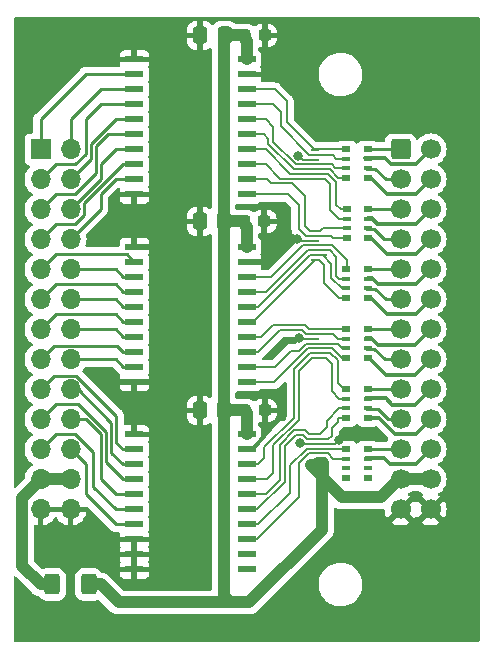
<source format=gbr>
%TF.GenerationSoftware,KiCad,Pcbnew,7.0.2-0*%
%TF.CreationDate,2023-06-06T17:10:40+02:00*%
%TF.ProjectId,SCAN2000_driver,5343414e-3230-4303-905f-647269766572,1.0*%
%TF.SameCoordinates,Original*%
%TF.FileFunction,Copper,L1,Top*%
%TF.FilePolarity,Positive*%
%FSLAX46Y46*%
G04 Gerber Fmt 4.6, Leading zero omitted, Abs format (unit mm)*
G04 Created by KiCad (PCBNEW 7.0.2-0) date 2023-06-06 17:10:40*
%MOMM*%
%LPD*%
G01*
G04 APERTURE LIST*
G04 Aperture macros list*
%AMRoundRect*
0 Rectangle with rounded corners*
0 $1 Rounding radius*
0 $2 $3 $4 $5 $6 $7 $8 $9 X,Y pos of 4 corners*
0 Add a 4 corners polygon primitive as box body*
4,1,4,$2,$3,$4,$5,$6,$7,$8,$9,$2,$3,0*
0 Add four circle primitives for the rounded corners*
1,1,$1+$1,$2,$3*
1,1,$1+$1,$4,$5*
1,1,$1+$1,$6,$7*
1,1,$1+$1,$8,$9*
0 Add four rect primitives between the rounded corners*
20,1,$1+$1,$2,$3,$4,$5,0*
20,1,$1+$1,$4,$5,$6,$7,0*
20,1,$1+$1,$6,$7,$8,$9,0*
20,1,$1+$1,$8,$9,$2,$3,0*%
G04 Aperture macros list end*
%TA.AperFunction,SMDPad,CuDef*%
%ADD10RoundRect,0.237500X-0.300000X-0.237500X0.300000X-0.237500X0.300000X0.237500X-0.300000X0.237500X0*%
%TD*%
%TA.AperFunction,SMDPad,CuDef*%
%ADD11R,0.650000X0.200000*%
%TD*%
%TA.AperFunction,SMDPad,CuDef*%
%ADD12RoundRect,0.250000X0.337500X0.475000X-0.337500X0.475000X-0.337500X-0.475000X0.337500X-0.475000X0*%
%TD*%
%TA.AperFunction,SMDPad,CuDef*%
%ADD13R,1.500000X0.600000*%
%TD*%
%TA.AperFunction,SMDPad,CuDef*%
%ADD14R,0.800000X0.500000*%
%TD*%
%TA.AperFunction,SMDPad,CuDef*%
%ADD15R,0.800000X0.400000*%
%TD*%
%TA.AperFunction,SMDPad,CuDef*%
%ADD16RoundRect,0.250000X-0.400000X-0.625000X0.400000X-0.625000X0.400000X0.625000X-0.400000X0.625000X0*%
%TD*%
%TA.AperFunction,ComponentPad*%
%ADD17RoundRect,0.250000X-0.600000X-0.600000X0.600000X-0.600000X0.600000X0.600000X-0.600000X0.600000X0*%
%TD*%
%TA.AperFunction,ComponentPad*%
%ADD18C,1.700000*%
%TD*%
%TA.AperFunction,ComponentPad*%
%ADD19R,1.700000X1.700000*%
%TD*%
%TA.AperFunction,ComponentPad*%
%ADD20O,1.700000X1.700000*%
%TD*%
%TA.AperFunction,ViaPad*%
%ADD21C,0.800000*%
%TD*%
%TA.AperFunction,Conductor*%
%ADD22C,0.200000*%
%TD*%
%TA.AperFunction,Conductor*%
%ADD23C,1.000000*%
%TD*%
%TA.AperFunction,Conductor*%
%ADD24C,0.250000*%
%TD*%
%TA.AperFunction,Conductor*%
%ADD25C,0.300000*%
%TD*%
G04 APERTURE END LIST*
D10*
%TO.P,C5,1*%
%TO.N,+3.3V*%
X95983000Y-76708000D03*
%TO.P,C5,2*%
%TO.N,GND*%
X97708000Y-76708000D03*
%TD*%
D11*
%TO.P,D2,1,I/O1*%
%TO.N,/P7*%
X102016000Y-61538000D03*
%TO.P,D2,2,GND*%
%TO.N,GND*%
X102016000Y-62338000D03*
%TO.P,D2,3,I/O2*%
%TO.N,/P10*%
X102016000Y-63138000D03*
%TO.P,D2,4,I/O3*%
%TO.N,/P12*%
X102016000Y-63938000D03*
%TO.P,D2,5,I/O4*%
%TO.N,/P8*%
X102616000Y-61938000D03*
%TO.P,D2,6,I/O5*%
%TO.N,/P9*%
X102616000Y-62738000D03*
%TO.P,D2,7,I/O6*%
%TO.N,/P11*%
X102616000Y-63538000D03*
%TD*%
%TO.P,D3,1,I/O1*%
%TO.N,/P13*%
X102016000Y-69850000D03*
%TO.P,D3,2,GND*%
%TO.N,GND*%
X102016000Y-70650000D03*
%TO.P,D3,3,I/O2*%
%TO.N,/P16*%
X102016000Y-71450000D03*
%TO.P,D3,4,I/O3*%
%TO.N,/P18*%
X102016000Y-72250000D03*
%TO.P,D3,5,I/O4*%
%TO.N,/P14*%
X102616000Y-70250000D03*
%TO.P,D3,6,I/O5*%
%TO.N,/P15*%
X102616000Y-71050000D03*
%TO.P,D3,7,I/O6*%
%TO.N,/P17*%
X102616000Y-71850000D03*
%TD*%
D12*
%TO.P,C4,1*%
%TO.N,+3.3V*%
X94305500Y-60706000D03*
%TO.P,C4,2*%
%TO.N,GND*%
X92230500Y-60706000D03*
%TD*%
D13*
%TO.P,U3,1,G1*%
%TO.N,GND*%
X86690000Y-78740000D03*
%TO.P,U3,2,A0*%
%TO.N,Net-(J2-Pin_17)*%
X86690000Y-80010000D03*
%TO.P,U3,3,A1*%
%TO.N,Net-(J2-Pin_18)*%
X86690000Y-81280000D03*
%TO.P,U3,4,A2*%
%TO.N,Net-(J2-Pin_19)*%
X86690000Y-82550000D03*
%TO.P,U3,5,A3*%
%TO.N,Net-(J2-Pin_20)*%
X86690000Y-83820000D03*
%TO.P,U3,6,A4*%
%TO.N,Net-(J2-Pin_21)*%
X86690000Y-85090000D03*
%TO.P,U3,7,A5*%
%TO.N,Net-(J2-Pin_22)*%
X86690000Y-86360000D03*
%TO.P,U3,8,A6*%
%TO.N,GND*%
X86690000Y-87630000D03*
%TO.P,U3,9,A7*%
X86690000Y-88900000D03*
%TO.P,U3,10,GND*%
X86690000Y-90170000D03*
%TO.P,U3,11,Y7*%
%TO.N,unconnected-(U3-Y7-Pad11)*%
X96190000Y-90170000D03*
%TO.P,U3,12,Y6*%
%TO.N,unconnected-(U3-Y6-Pad12)*%
X96190000Y-88900000D03*
%TO.P,U3,13,Y5*%
%TO.N,/P22*%
X96190000Y-87630000D03*
%TO.P,U3,14,Y4*%
%TO.N,/P21*%
X96190000Y-86360000D03*
%TO.P,U3,15,Y3*%
%TO.N,/P20*%
X96190000Y-85090000D03*
%TO.P,U3,16,Y2*%
%TO.N,/P19*%
X96190000Y-83820000D03*
%TO.P,U3,17,Y1*%
%TO.N,/P18*%
X96190000Y-82550000D03*
%TO.P,U3,18,Y0*%
%TO.N,/P17*%
X96190000Y-81280000D03*
%TO.P,U3,19,G2*%
%TO.N,GND*%
X96190000Y-80010000D03*
%TO.P,U3,20,VCC*%
%TO.N,+3.3V*%
X96190000Y-78740000D03*
%TD*%
D14*
%TO.P,RN1,1,R1.1*%
%TO.N,/P1*%
X104626000Y-54610000D03*
D15*
%TO.P,RN1,2,R2.1*%
%TO.N,/P2*%
X104626000Y-55410000D03*
%TO.P,RN1,3,R3.1*%
%TO.N,/P3*%
X104626000Y-56210000D03*
D14*
%TO.P,RN1,4,R4.1*%
%TO.N,/P4*%
X104626000Y-57010000D03*
%TO.P,RN1,5,R4.2*%
%TO.N,Net-(J1-Pin_4)*%
X106426000Y-57010000D03*
D15*
%TO.P,RN1,6,R3.2*%
%TO.N,Net-(J1-Pin_3)*%
X106426000Y-56210000D03*
%TO.P,RN1,7,R2.2*%
%TO.N,Net-(J1-Pin_2)*%
X106426000Y-55410000D03*
D14*
%TO.P,RN1,8,R1.2*%
%TO.N,Net-(J1-Pin_1)*%
X106426000Y-54610000D03*
%TD*%
D16*
%TO.P,F1,1*%
%TO.N,Net-(J2-Pin_23)*%
X79730000Y-91440000D03*
%TO.P,F1,2*%
%TO.N,+3.3V*%
X82830000Y-91440000D03*
%TD*%
D17*
%TO.P,J1,1,Pin_1*%
%TO.N,Net-(J1-Pin_1)*%
X109220000Y-54610000D03*
D18*
%TO.P,J1,2,Pin_2*%
%TO.N,Net-(J1-Pin_2)*%
X111760000Y-54610000D03*
%TO.P,J1,3,Pin_3*%
%TO.N,Net-(J1-Pin_3)*%
X109220000Y-57150000D03*
%TO.P,J1,4,Pin_4*%
%TO.N,Net-(J1-Pin_4)*%
X111760000Y-57150000D03*
%TO.P,J1,5,Pin_5*%
%TO.N,Net-(J1-Pin_5)*%
X109220000Y-59690000D03*
%TO.P,J1,6,Pin_6*%
%TO.N,Net-(J1-Pin_6)*%
X111760000Y-59690000D03*
%TO.P,J1,7,Pin_7*%
%TO.N,Net-(J1-Pin_7)*%
X109220000Y-62230000D03*
%TO.P,J1,8,Pin_8*%
%TO.N,Net-(J1-Pin_8)*%
X111760000Y-62230000D03*
%TO.P,J1,9,Pin_9*%
%TO.N,Net-(J1-Pin_9)*%
X109220000Y-64770000D03*
%TO.P,J1,10,Pin_10*%
%TO.N,Net-(J1-Pin_10)*%
X111760000Y-64770000D03*
%TO.P,J1,11,Pin_11*%
%TO.N,Net-(J1-Pin_11)*%
X109220000Y-67310000D03*
%TO.P,J1,12,Pin_12*%
%TO.N,Net-(J1-Pin_12)*%
X111760000Y-67310000D03*
%TO.P,J1,13,Pin_13*%
%TO.N,Net-(J1-Pin_13)*%
X109220000Y-69850000D03*
%TO.P,J1,14,Pin_14*%
%TO.N,Net-(J1-Pin_14)*%
X111760000Y-69850000D03*
%TO.P,J1,15,Pin_15*%
%TO.N,Net-(J1-Pin_15)*%
X109220000Y-72390000D03*
%TO.P,J1,16,Pin_16*%
%TO.N,Net-(J1-Pin_16)*%
X111760000Y-72390000D03*
%TO.P,J1,17,Pin_17*%
%TO.N,Net-(J1-Pin_17)*%
X109220000Y-74930000D03*
%TO.P,J1,18,Pin_18*%
%TO.N,Net-(J1-Pin_18)*%
X111760000Y-74930000D03*
%TO.P,J1,19,Pin_19*%
%TO.N,Net-(J1-Pin_19)*%
X109220000Y-77470000D03*
%TO.P,J1,20,Pin_20*%
%TO.N,Net-(J1-Pin_20)*%
X111760000Y-77470000D03*
%TO.P,J1,21,Pin_21*%
%TO.N,Net-(J1-Pin_21)*%
X109220000Y-80010000D03*
%TO.P,J1,22,Pin_22*%
%TO.N,Net-(J1-Pin_22)*%
X111760000Y-80010000D03*
%TO.P,J1,23,Pin_23*%
%TO.N,+3.3V*%
X109220000Y-82550000D03*
%TO.P,J1,24,Pin_24*%
X111760000Y-82550000D03*
%TO.P,J1,25,Pin_25*%
%TO.N,GND*%
X109220000Y-85090000D03*
%TO.P,J1,26,Pin_26*%
X111760000Y-85090000D03*
%TD*%
D14*
%TO.P,RN5,1,R1.1*%
%TO.N,/P17*%
X104626000Y-74930000D03*
D15*
%TO.P,RN5,2,R2.1*%
%TO.N,/P18*%
X104626000Y-75730000D03*
%TO.P,RN5,3,R3.1*%
%TO.N,/P19*%
X104626000Y-76530000D03*
D14*
%TO.P,RN5,4,R4.1*%
%TO.N,/P20*%
X104626000Y-77330000D03*
%TO.P,RN5,5,R4.2*%
%TO.N,Net-(J1-Pin_20)*%
X106426000Y-77330000D03*
D15*
%TO.P,RN5,6,R3.2*%
%TO.N,Net-(J1-Pin_19)*%
X106426000Y-76530000D03*
%TO.P,RN5,7,R2.2*%
%TO.N,Net-(J1-Pin_18)*%
X106426000Y-75730000D03*
D14*
%TO.P,RN5,8,R1.2*%
%TO.N,Net-(J1-Pin_17)*%
X106426000Y-74930000D03*
%TD*%
%TO.P,RN4,1,R1.1*%
%TO.N,/P13*%
X104626000Y-69850000D03*
D15*
%TO.P,RN4,2,R2.1*%
%TO.N,/P14*%
X104626000Y-70650000D03*
%TO.P,RN4,3,R3.1*%
%TO.N,/P15*%
X104626000Y-71450000D03*
D14*
%TO.P,RN4,4,R4.1*%
%TO.N,/P16*%
X104626000Y-72250000D03*
%TO.P,RN4,5,R4.2*%
%TO.N,Net-(J1-Pin_16)*%
X106426000Y-72250000D03*
D15*
%TO.P,RN4,6,R3.2*%
%TO.N,Net-(J1-Pin_15)*%
X106426000Y-71450000D03*
%TO.P,RN4,7,R2.2*%
%TO.N,Net-(J1-Pin_14)*%
X106426000Y-70650000D03*
D14*
%TO.P,RN4,8,R1.2*%
%TO.N,Net-(J1-Pin_13)*%
X106426000Y-69850000D03*
%TD*%
D13*
%TO.P,U1,1,G1*%
%TO.N,GND*%
X86690000Y-46990000D03*
%TO.P,U1,2,A0*%
%TO.N,Net-(J2-Pin_1)*%
X86690000Y-48260000D03*
%TO.P,U1,3,A1*%
%TO.N,Net-(J2-Pin_2)*%
X86690000Y-49530000D03*
%TO.P,U1,4,A2*%
%TO.N,Net-(J2-Pin_3)*%
X86690000Y-50800000D03*
%TO.P,U1,5,A3*%
%TO.N,Net-(J2-Pin_4)*%
X86690000Y-52070000D03*
%TO.P,U1,6,A4*%
%TO.N,Net-(J2-Pin_5)*%
X86690000Y-53340000D03*
%TO.P,U1,7,A5*%
%TO.N,Net-(J2-Pin_6)*%
X86690000Y-54610000D03*
%TO.P,U1,8,A6*%
%TO.N,Net-(J2-Pin_7)*%
X86690000Y-55880000D03*
%TO.P,U1,9,A7*%
%TO.N,Net-(J2-Pin_8)*%
X86690000Y-57150000D03*
%TO.P,U1,10,GND*%
%TO.N,GND*%
X86690000Y-58420000D03*
%TO.P,U1,11,Y7*%
%TO.N,/P8*%
X96190000Y-58420000D03*
%TO.P,U1,12,Y6*%
%TO.N,/P7*%
X96190000Y-57150000D03*
%TO.P,U1,13,Y5*%
%TO.N,/P6*%
X96190000Y-55880000D03*
%TO.P,U1,14,Y4*%
%TO.N,/P5*%
X96190000Y-54610000D03*
%TO.P,U1,15,Y3*%
%TO.N,/P4*%
X96190000Y-53340000D03*
%TO.P,U1,16,Y2*%
%TO.N,/P3*%
X96190000Y-52070000D03*
%TO.P,U1,17,Y1*%
%TO.N,/P2*%
X96190000Y-50800000D03*
%TO.P,U1,18,Y0*%
%TO.N,/P1*%
X96190000Y-49530000D03*
%TO.P,U1,19,G2*%
%TO.N,GND*%
X96190000Y-48260000D03*
%TO.P,U1,20,VCC*%
%TO.N,+3.3V*%
X96190000Y-46990000D03*
%TD*%
D19*
%TO.P,J2,1,Pin_1*%
%TO.N,Net-(J2-Pin_1)*%
X78740000Y-54610000D03*
D20*
%TO.P,J2,2,Pin_2*%
%TO.N,Net-(J2-Pin_2)*%
X81280000Y-54610000D03*
%TO.P,J2,3,Pin_3*%
%TO.N,Net-(J2-Pin_3)*%
X78740000Y-57150000D03*
%TO.P,J2,4,Pin_4*%
%TO.N,Net-(J2-Pin_4)*%
X81280000Y-57150000D03*
%TO.P,J2,5,Pin_5*%
%TO.N,Net-(J2-Pin_5)*%
X78740000Y-59690000D03*
%TO.P,J2,6,Pin_6*%
%TO.N,Net-(J2-Pin_6)*%
X81280000Y-59690000D03*
%TO.P,J2,7,Pin_7*%
%TO.N,Net-(J2-Pin_7)*%
X78740000Y-62230000D03*
%TO.P,J2,8,Pin_8*%
%TO.N,Net-(J2-Pin_8)*%
X81280000Y-62230000D03*
%TO.P,J2,9,Pin_9*%
%TO.N,Net-(J2-Pin_9)*%
X78740000Y-64770000D03*
%TO.P,J2,10,Pin_10*%
%TO.N,Net-(J2-Pin_10)*%
X81280000Y-64770000D03*
%TO.P,J2,11,Pin_11*%
%TO.N,Net-(J2-Pin_11)*%
X78740000Y-67310000D03*
%TO.P,J2,12,Pin_12*%
%TO.N,Net-(J2-Pin_12)*%
X81280000Y-67310000D03*
%TO.P,J2,13,Pin_13*%
%TO.N,Net-(J2-Pin_13)*%
X78740000Y-69850000D03*
%TO.P,J2,14,Pin_14*%
%TO.N,Net-(J2-Pin_14)*%
X81280000Y-69850000D03*
%TO.P,J2,15,Pin_15*%
%TO.N,Net-(J2-Pin_15)*%
X78740000Y-72390000D03*
%TO.P,J2,16,Pin_16*%
%TO.N,Net-(J2-Pin_16)*%
X81280000Y-72390000D03*
%TO.P,J2,17,Pin_17*%
%TO.N,Net-(J2-Pin_17)*%
X78740000Y-74930000D03*
%TO.P,J2,18,Pin_18*%
%TO.N,Net-(J2-Pin_18)*%
X81280000Y-74930000D03*
%TO.P,J2,19,Pin_19*%
%TO.N,Net-(J2-Pin_19)*%
X78740000Y-77470000D03*
%TO.P,J2,20,Pin_20*%
%TO.N,Net-(J2-Pin_20)*%
X81280000Y-77470000D03*
%TO.P,J2,21,Pin_21*%
%TO.N,Net-(J2-Pin_21)*%
X78740000Y-80010000D03*
%TO.P,J2,22,Pin_22*%
%TO.N,Net-(J2-Pin_22)*%
X81280000Y-80010000D03*
%TO.P,J2,23,Pin_23*%
%TO.N,Net-(J2-Pin_23)*%
X78740000Y-82550000D03*
%TO.P,J2,24,Pin_24*%
X81280000Y-82550000D03*
%TO.P,J2,25,Pin_25*%
%TO.N,GND*%
X78740000Y-85090000D03*
%TO.P,J2,26,Pin_26*%
X81280000Y-85090000D03*
%TD*%
D11*
%TO.P,D1,1,I/O1*%
%TO.N,/P1*%
X102016000Y-54680000D03*
%TO.P,D1,2,GND*%
%TO.N,GND*%
X102016000Y-55480000D03*
%TO.P,D1,3,I/O2*%
%TO.N,/P4*%
X102016000Y-56280000D03*
%TO.P,D1,4,I/O3*%
%TO.N,/P6*%
X102016000Y-57080000D03*
%TO.P,D1,5,I/O4*%
%TO.N,/P2*%
X102616000Y-55080000D03*
%TO.P,D1,6,I/O5*%
%TO.N,/P3*%
X102616000Y-55880000D03*
%TO.P,D1,7,I/O6*%
%TO.N,/P5*%
X102616000Y-56680000D03*
%TD*%
D10*
%TO.P,C1,1*%
%TO.N,+3.3V*%
X95983000Y-44958000D03*
%TO.P,C1,2*%
%TO.N,GND*%
X97708000Y-44958000D03*
%TD*%
D14*
%TO.P,RN2,1,R1.1*%
%TO.N,/P5*%
X104648000Y-59690000D03*
D15*
%TO.P,RN2,2,R2.1*%
%TO.N,/P6*%
X104648000Y-60490000D03*
%TO.P,RN2,3,R3.1*%
%TO.N,/P7*%
X104648000Y-61290000D03*
D14*
%TO.P,RN2,4,R4.1*%
%TO.N,/P8*%
X104648000Y-62090000D03*
%TO.P,RN2,5,R4.2*%
%TO.N,Net-(J1-Pin_8)*%
X106448000Y-62090000D03*
D15*
%TO.P,RN2,6,R3.2*%
%TO.N,Net-(J1-Pin_7)*%
X106448000Y-61290000D03*
%TO.P,RN2,7,R2.2*%
%TO.N,Net-(J1-Pin_6)*%
X106448000Y-60490000D03*
D14*
%TO.P,RN2,8,R1.2*%
%TO.N,Net-(J1-Pin_5)*%
X106448000Y-59690000D03*
%TD*%
%TO.P,RN3,1,R1.1*%
%TO.N,/P9*%
X104626000Y-64770000D03*
D15*
%TO.P,RN3,2,R2.1*%
%TO.N,/P10*%
X104626000Y-65570000D03*
%TO.P,RN3,3,R3.1*%
%TO.N,/P11*%
X104626000Y-66370000D03*
D14*
%TO.P,RN3,4,R4.1*%
%TO.N,/P12*%
X104626000Y-67170000D03*
%TO.P,RN3,5,R4.2*%
%TO.N,Net-(J1-Pin_12)*%
X106426000Y-67170000D03*
D15*
%TO.P,RN3,6,R3.2*%
%TO.N,Net-(J1-Pin_11)*%
X106426000Y-66370000D03*
%TO.P,RN3,7,R2.2*%
%TO.N,Net-(J1-Pin_10)*%
X106426000Y-65570000D03*
D14*
%TO.P,RN3,8,R1.2*%
%TO.N,Net-(J1-Pin_9)*%
X106426000Y-64770000D03*
%TD*%
D12*
%TO.P,C6,1*%
%TO.N,+3.3V*%
X94305500Y-76708000D03*
%TO.P,C6,2*%
%TO.N,GND*%
X92230500Y-76708000D03*
%TD*%
%TO.P,C2,1*%
%TO.N,+3.3V*%
X94327000Y-44958000D03*
%TO.P,C2,2*%
%TO.N,GND*%
X92252000Y-44958000D03*
%TD*%
D14*
%TO.P,RN6,1,R1.1*%
%TO.N,/P21*%
X104626000Y-80010000D03*
D15*
%TO.P,RN6,2,R2.1*%
%TO.N,/P22*%
X104626000Y-80810000D03*
%TO.P,RN6,3,R3.1*%
%TO.N,unconnected-(RN6-R3.1-Pad3)*%
X104626000Y-81610000D03*
D14*
%TO.P,RN6,4,R4.1*%
%TO.N,unconnected-(RN6-R4.1-Pad4)*%
X104626000Y-82410000D03*
%TO.P,RN6,5,R4.2*%
%TO.N,unconnected-(RN6-R4.2-Pad5)*%
X106426000Y-82410000D03*
D15*
%TO.P,RN6,6,R3.2*%
%TO.N,unconnected-(RN6-R3.2-Pad6)*%
X106426000Y-81610000D03*
%TO.P,RN6,7,R2.2*%
%TO.N,Net-(J1-Pin_22)*%
X106426000Y-80810000D03*
D14*
%TO.P,RN6,8,R1.2*%
%TO.N,Net-(J1-Pin_21)*%
X106426000Y-80010000D03*
%TD*%
D13*
%TO.P,U2,1,G1*%
%TO.N,GND*%
X86690000Y-62865000D03*
%TO.P,U2,2,A0*%
%TO.N,Net-(J2-Pin_9)*%
X86690000Y-64135000D03*
%TO.P,U2,3,A1*%
%TO.N,Net-(J2-Pin_10)*%
X86690000Y-65405000D03*
%TO.P,U2,4,A2*%
%TO.N,Net-(J2-Pin_11)*%
X86690000Y-66675000D03*
%TO.P,U2,5,A3*%
%TO.N,Net-(J2-Pin_12)*%
X86690000Y-67945000D03*
%TO.P,U2,6,A4*%
%TO.N,Net-(J2-Pin_13)*%
X86690000Y-69215000D03*
%TO.P,U2,7,A5*%
%TO.N,Net-(J2-Pin_14)*%
X86690000Y-70485000D03*
%TO.P,U2,8,A6*%
%TO.N,Net-(J2-Pin_15)*%
X86690000Y-71755000D03*
%TO.P,U2,9,A7*%
%TO.N,Net-(J2-Pin_16)*%
X86690000Y-73025000D03*
%TO.P,U2,10,GND*%
%TO.N,GND*%
X86690000Y-74295000D03*
%TO.P,U2,11,Y7*%
%TO.N,/P16*%
X96190000Y-74295000D03*
%TO.P,U2,12,Y6*%
%TO.N,/P15*%
X96190000Y-73025000D03*
%TO.P,U2,13,Y5*%
%TO.N,/P14*%
X96190000Y-71755000D03*
%TO.P,U2,14,Y4*%
%TO.N,/P13*%
X96190000Y-70485000D03*
%TO.P,U2,15,Y3*%
%TO.N,/P12*%
X96190000Y-69215000D03*
%TO.P,U2,16,Y2*%
%TO.N,/P11*%
X96190000Y-67945000D03*
%TO.P,U2,17,Y1*%
%TO.N,/P10*%
X96190000Y-66675000D03*
%TO.P,U2,18,Y0*%
%TO.N,/P9*%
X96190000Y-65405000D03*
%TO.P,U2,19,G2*%
%TO.N,GND*%
X96190000Y-64135000D03*
%TO.P,U2,20,VCC*%
%TO.N,+3.3V*%
X96190000Y-62865000D03*
%TD*%
D10*
%TO.P,C3,1*%
%TO.N,+3.3V*%
X95961500Y-60706000D03*
%TO.P,C3,2*%
%TO.N,GND*%
X97686500Y-60706000D03*
%TD*%
D11*
%TO.P,D4,1,I/O1*%
%TO.N,/P19*%
X101981000Y-78740000D03*
%TO.P,D4,2,GND*%
%TO.N,GND*%
X101981000Y-79540000D03*
%TO.P,D4,3,I/O2*%
%TO.N,/P22*%
X101981000Y-80340000D03*
%TO.P,D4,4,I/O3*%
%TO.N,+3.3V*%
X101981000Y-81140000D03*
%TO.P,D4,5,I/O4*%
%TO.N,/P20*%
X102581000Y-79140000D03*
%TO.P,D4,6,I/O5*%
%TO.N,/P21*%
X102581000Y-79940000D03*
%TO.P,D4,7,I/O6*%
%TO.N,+3.3V*%
X102581000Y-80740000D03*
%TD*%
D21*
%TO.N,GND*%
X103998286Y-79205431D03*
X99187000Y-77216000D03*
X100571878Y-55130122D03*
X100711000Y-79502000D03*
X99314000Y-61214000D03*
X100584000Y-70612000D03*
X100457000Y-62230000D03*
X99187000Y-76200000D03*
X99314000Y-59944000D03*
%TD*%
D22*
%TO.N,/P1*%
X98552000Y-49530000D02*
X96139000Y-49530000D01*
X99568000Y-52324000D02*
X99568000Y-50546000D01*
X99568000Y-50546000D02*
X98552000Y-49530000D01*
X101854000Y-54610000D02*
X99568000Y-52324000D01*
X104626000Y-54610000D02*
X101854000Y-54610000D01*
%TO.N,/P2*%
X99060000Y-51435000D02*
X98425000Y-50800000D01*
X98425000Y-50800000D02*
X96139000Y-50800000D01*
X99060000Y-52629000D02*
X99060000Y-51435000D01*
X103797000Y-55410000D02*
X103467000Y-55080000D01*
X103467000Y-55080000D02*
X101511000Y-55080000D01*
X104626000Y-55410000D02*
X103797000Y-55410000D01*
X101511000Y-55080000D02*
X99060000Y-52629000D01*
%TO.N,/P3*%
X98425000Y-52705000D02*
X97790000Y-52070000D01*
X100331806Y-55880000D02*
X98425000Y-53973194D01*
X103708000Y-56210000D02*
X103378000Y-55880000D01*
X104626000Y-56210000D02*
X103708000Y-56210000D01*
X98425000Y-53973194D02*
X98425000Y-52705000D01*
X97790000Y-52070000D02*
X96139000Y-52070000D01*
X103378000Y-55880000D02*
X100331806Y-55880000D01*
%TO.N,/P4*%
X100166120Y-56280000D02*
X98025000Y-54138879D01*
X98025000Y-54138879D02*
X98025000Y-53702000D01*
X103942314Y-57010000D02*
X103212314Y-56280000D01*
X103212314Y-56280000D02*
X100166120Y-56280000D01*
X104626000Y-57010000D02*
X103942314Y-57010000D01*
X98025000Y-53702000D02*
X97663000Y-53340000D01*
X97663000Y-53340000D02*
X96012000Y-53340000D01*
%TO.N,/P5*%
X103759000Y-59309000D02*
X103759000Y-57392372D01*
X97790000Y-54610000D02*
X96139000Y-54610000D01*
X104648000Y-59690000D02*
X104140000Y-59690000D01*
X103046628Y-56680000D02*
X99860000Y-56680000D01*
X104140000Y-59690000D02*
X103759000Y-59309000D01*
X99860000Y-56680000D02*
X97790000Y-54610000D01*
X103759000Y-57392372D02*
X103046628Y-56680000D01*
%TO.N,/P6*%
X97790000Y-55880000D02*
X96139000Y-55880000D01*
X104048000Y-60490000D02*
X103251000Y-59693000D01*
X98990000Y-57080000D02*
X97790000Y-55880000D01*
X103251000Y-59693000D02*
X103251000Y-57531000D01*
X102800000Y-57080000D02*
X98990000Y-57080000D01*
X103251000Y-57531000D02*
X102800000Y-57080000D01*
X104648000Y-60490000D02*
X104048000Y-60490000D01*
%TO.N,/P7*%
X101092000Y-61087000D02*
X101092000Y-58547000D01*
X101543000Y-61538000D02*
X101092000Y-61087000D01*
X100025000Y-57480000D02*
X98247000Y-57480000D01*
X102667000Y-61290000D02*
X102419000Y-61538000D01*
X104648000Y-61290000D02*
X102667000Y-61290000D01*
X101092000Y-58547000D02*
X100025000Y-57480000D01*
X102016000Y-61538000D02*
X101543000Y-61538000D01*
X98247000Y-57480000D02*
X97917000Y-57150000D01*
X97917000Y-57150000D02*
X96012000Y-57150000D01*
%TO.N,/P8*%
X103340000Y-61938000D02*
X101181000Y-61938000D01*
X103492000Y-62090000D02*
X103340000Y-61938000D01*
X101181000Y-61938000D02*
X100584000Y-61341000D01*
X100584000Y-59309000D02*
X99695000Y-58420000D01*
X99695000Y-58420000D02*
X96139000Y-58420000D01*
X104648000Y-62090000D02*
X103492000Y-62090000D01*
X100584000Y-61341000D02*
X100584000Y-59309000D01*
%TO.N,/P9*%
X103378000Y-62738000D02*
X104648000Y-64008000D01*
X102616000Y-62738000D02*
X100938950Y-62738000D01*
X102616000Y-62738000D02*
X103378000Y-62738000D01*
X104648000Y-64008000D02*
X104648000Y-64770000D01*
X100938950Y-62738000D02*
X98271950Y-65405000D01*
X98271950Y-65405000D02*
X96139000Y-65405000D01*
%TO.N,/P10*%
X104626000Y-65570000D02*
X104026000Y-65570000D01*
X102016000Y-63138000D02*
X101396314Y-63138000D01*
X101396314Y-63138000D02*
X97859314Y-66675000D01*
X103759000Y-65303000D02*
X103759000Y-63684686D01*
X104026000Y-65570000D02*
X103759000Y-65303000D01*
X97859314Y-66675000D02*
X96139000Y-66675000D01*
X103759000Y-63684686D02*
X103212314Y-63138000D01*
X103212314Y-63138000D02*
X101981000Y-63138000D01*
%TO.N,/P11*%
X102616000Y-63538000D02*
X101562000Y-63538000D01*
X104311314Y-66421000D02*
X104648000Y-66421000D01*
X103359000Y-64281000D02*
X103359000Y-65468686D01*
X103359000Y-65468686D02*
X104311314Y-66421000D01*
X101562000Y-63538000D02*
X97155000Y-67945000D01*
X97155000Y-67945000D02*
X96139000Y-67945000D01*
X102616000Y-63538000D02*
X103359000Y-64281000D01*
%TO.N,/P12*%
X104626000Y-67170000D02*
X104026000Y-67170000D01*
X102016000Y-63938000D02*
X96739000Y-69215000D01*
X102743000Y-64389000D02*
X102292000Y-63938000D01*
X102743000Y-65887000D02*
X102743000Y-64389000D01*
X104026000Y-67170000D02*
X102743000Y-65887000D01*
X102292000Y-63938000D02*
X102108000Y-63938000D01*
%TO.N,/P13*%
X96139000Y-70485000D02*
X97409000Y-70485000D01*
X101135000Y-69512000D02*
X101473000Y-69850000D01*
X101473000Y-69850000D02*
X104648000Y-69850000D01*
X97409000Y-70485000D02*
X98382000Y-69512000D01*
X98382000Y-69512000D02*
X101135000Y-69512000D01*
%TO.N,/P14*%
X100873950Y-69912000D02*
X98998000Y-69912000D01*
X97155000Y-71755000D02*
X96139000Y-71755000D01*
X104626000Y-70650000D02*
X103905000Y-70650000D01*
X103505000Y-70250000D02*
X101211950Y-70250000D01*
X97155000Y-71755000D02*
X98998000Y-69912000D01*
X103905000Y-70650000D02*
X103505000Y-70250000D01*
X101211950Y-70250000D02*
X100873950Y-69912000D01*
%TO.N,/P15*%
X100619950Y-71649500D02*
X99970500Y-71649500D01*
X102616000Y-71050000D02*
X103926000Y-71050000D01*
X98595000Y-73025000D02*
X96139000Y-73025000D01*
X101219450Y-71050000D02*
X100619950Y-71649500D01*
X103926000Y-71050000D02*
X104377000Y-71501000D01*
X102616000Y-71050000D02*
X101219450Y-71050000D01*
X99970500Y-71649500D02*
X98595000Y-73025000D01*
%TO.N,/P16*%
X103454000Y-71450000D02*
X104267000Y-72263000D01*
X102016000Y-71450000D02*
X103454000Y-71450000D01*
X102016000Y-71450000D02*
X101385136Y-71450000D01*
X98540135Y-74295000D02*
X96139000Y-74295000D01*
X101385136Y-71450000D02*
X98540135Y-74295000D01*
X104267000Y-72263000D02*
X104648000Y-72263000D01*
%TO.N,/P17*%
X102616000Y-71850000D02*
X101550822Y-71850000D01*
X103886000Y-72447686D02*
X103288314Y-71850000D01*
X100184000Y-73216822D02*
X100184000Y-77315943D01*
X104394000Y-74930000D02*
X103886000Y-74422000D01*
X103886000Y-74422000D02*
X103886000Y-72447686D01*
X97155000Y-81280000D02*
X96139000Y-81280000D01*
X97663000Y-80772000D02*
X97155000Y-81280000D01*
X97663000Y-79836943D02*
X97663000Y-80772000D01*
X103288314Y-71850000D02*
X102489000Y-71850000D01*
X101550822Y-71850000D02*
X100184000Y-73216822D01*
X100184000Y-77315943D02*
X97663000Y-79836943D01*
%TO.N,/P18*%
X104626000Y-75730000D02*
X104026000Y-75730000D01*
X100584000Y-77481629D02*
X100584000Y-73406000D01*
X98425000Y-79640629D02*
X100584000Y-77481629D01*
X102870000Y-72263000D02*
X101981000Y-72263000D01*
X101716508Y-72250000D02*
X100603000Y-73363508D01*
X103378000Y-75082000D02*
X103378000Y-72771000D01*
X104026000Y-75730000D02*
X103378000Y-75082000D01*
X103378000Y-72771000D02*
X102870000Y-72263000D01*
X98425000Y-82042000D02*
X98425000Y-79640629D01*
X97917000Y-82550000D02*
X98425000Y-82042000D01*
X102016000Y-72250000D02*
X101716508Y-72250000D01*
X96139000Y-82550000D02*
X97917000Y-82550000D01*
%TO.N,/P19*%
X102362000Y-78740000D02*
X101981000Y-78740000D01*
X101504636Y-78740000D02*
X101166635Y-78402000D01*
X99041000Y-79590315D02*
X99041000Y-82569000D01*
X100229314Y-78402000D02*
X99041000Y-79590315D01*
X104626000Y-76530000D02*
X104026000Y-76530000D01*
X99025343Y-82584657D02*
X97790000Y-83820000D01*
X102997000Y-77559000D02*
X102997000Y-78105000D01*
X101981000Y-78740000D02*
X101504636Y-78740000D01*
X101166635Y-78402000D02*
X100229314Y-78402000D01*
X97790000Y-83820000D02*
X96139000Y-83820000D01*
X104026000Y-76530000D02*
X102997000Y-77559000D01*
X102997000Y-78105000D02*
X102362000Y-78740000D01*
%TO.N,/P20*%
X99441000Y-79756000D02*
X99441000Y-82734686D01*
X101000950Y-78802000D02*
X100395000Y-78802000D01*
X103086000Y-79121000D02*
X102489000Y-79121000D01*
X101338950Y-79140000D02*
X101000950Y-78802000D01*
X102581000Y-79140000D02*
X101338950Y-79140000D01*
X103397000Y-78848000D02*
X103105000Y-79140000D01*
X97085686Y-85090000D02*
X99441000Y-82734686D01*
X103918000Y-77330000D02*
X103918000Y-77692000D01*
X104626000Y-77330000D02*
X103918000Y-77330000D01*
X103918000Y-77692000D02*
X103397000Y-78213000D01*
X100395000Y-78802000D02*
X99441000Y-79756000D01*
X103397000Y-78213000D02*
X103397000Y-78848000D01*
X103105000Y-79140000D02*
X103086000Y-79121000D01*
X97085686Y-85090000D02*
X96139000Y-85090000D01*
%TO.N,/P21*%
X99841000Y-81361950D02*
X99841000Y-83674000D01*
X99825343Y-83689657D02*
X97155000Y-86360000D01*
X104556000Y-79940000D02*
X102489000Y-79940000D01*
X101262950Y-79940000D02*
X99841000Y-81361950D01*
X99841000Y-83674000D02*
X99822000Y-83693000D01*
X97155000Y-86360000D02*
X96139000Y-86360000D01*
X102581000Y-79940000D02*
X101262950Y-79940000D01*
%TO.N,/P22*%
X101428636Y-80340000D02*
X100584000Y-81184636D01*
X101981000Y-80340000D02*
X101428636Y-80340000D01*
X104626000Y-80810000D02*
X103543000Y-80810000D01*
X100584000Y-81184636D02*
X100584000Y-84074000D01*
X97028000Y-87630000D02*
X96139000Y-87630000D01*
X100584000Y-84074000D02*
X97028000Y-87630000D01*
X103073000Y-80340000D02*
X101956000Y-80340000D01*
X103543000Y-80810000D02*
X103073000Y-80340000D01*
D23*
%TO.N,+3.3V*%
X94234000Y-45212000D02*
X94488000Y-44958000D01*
X94742000Y-92964000D02*
X94234000Y-92456000D01*
X102616000Y-81153000D02*
X102603000Y-81140000D01*
X107569000Y-84074000D02*
X104240000Y-84074000D01*
X94742000Y-92964000D02*
X85344000Y-92964000D01*
X96190000Y-45390000D02*
X95758000Y-44958000D01*
X94234000Y-92456000D02*
X94234000Y-45212000D01*
X96424635Y-92964000D02*
X102573000Y-86815635D01*
X102573000Y-82253000D02*
X101610003Y-81290003D01*
X109093000Y-82550000D02*
X107569000Y-84074000D01*
X96190000Y-61138000D02*
X95758000Y-60706000D01*
X111760000Y-82550000D02*
X109093000Y-82550000D01*
X104240000Y-84074000D02*
X102616000Y-82450000D01*
X96190000Y-46990000D02*
X96190000Y-45390000D01*
X102573000Y-86815635D02*
X102573000Y-82253000D01*
X94488000Y-44958000D02*
X96012000Y-44958000D01*
X94334500Y-60706000D02*
X95758000Y-60706000D01*
X96190000Y-62865000D02*
X96190000Y-61138000D01*
X102616000Y-82450000D02*
X102616000Y-81153000D01*
X83820000Y-91440000D02*
X83185000Y-91440000D01*
X96190000Y-76886000D02*
X96012000Y-76708000D01*
X94742000Y-92964000D02*
X96424635Y-92964000D01*
X94313000Y-76708000D02*
X96012000Y-76708000D01*
X102603000Y-81140000D02*
X102235000Y-81140000D01*
X85344000Y-92964000D02*
X83820000Y-91440000D01*
X96190000Y-78740000D02*
X96190000Y-76886000D01*
D22*
%TO.N,GND*%
X101981000Y-79540000D02*
X100749000Y-79540000D01*
D24*
X96190000Y-48260000D02*
X97536000Y-48260000D01*
D22*
X100457000Y-62230000D02*
X100649752Y-62338000D01*
X100649752Y-62338000D02*
X102016000Y-62338000D01*
D25*
X99314000Y-76962000D02*
X99314000Y-77216000D01*
D22*
X103663717Y-79540000D02*
X103998286Y-79205431D01*
X100584000Y-70612000D02*
X100622000Y-70650000D01*
X101981000Y-79540000D02*
X103663717Y-79540000D01*
X102016000Y-55480000D02*
X100921756Y-55480000D01*
D24*
X97790000Y-48006000D02*
X97790000Y-44958000D01*
X96190000Y-64135000D02*
X98171000Y-64135000D01*
X97536000Y-48260000D02*
X97790000Y-48006000D01*
D22*
X100749000Y-79540000D02*
X100711000Y-79502000D01*
X100584000Y-70612000D02*
X100629500Y-70650000D01*
X100622000Y-70650000D02*
X102108000Y-70650000D01*
D25*
X96770000Y-80010000D02*
X99314000Y-76962000D01*
X99314000Y-77216000D02*
X99314000Y-77466000D01*
D22*
X100921756Y-55480000D02*
X100571878Y-55130122D01*
D24*
X98171000Y-64135000D02*
X99314000Y-62992000D01*
X99314000Y-62992000D02*
X99314000Y-61214000D01*
%TO.N,Net-(J2-Pin_1)*%
X78740000Y-52070000D02*
X78740000Y-54610000D01*
X86690000Y-48260000D02*
X82550000Y-48260000D01*
X82550000Y-48260000D02*
X78740000Y-52070000D01*
%TO.N,Net-(J2-Pin_2)*%
X86690000Y-49530000D02*
X83820000Y-49530000D01*
X81280000Y-52070000D02*
X81280000Y-54610000D01*
X83820000Y-49530000D02*
X81280000Y-52070000D01*
%TO.N,Net-(J2-Pin_3)*%
X82550000Y-52070000D02*
X82550000Y-55001701D01*
X82550000Y-55001701D02*
X81671701Y-55880000D01*
X80010000Y-55880000D02*
X78740000Y-57150000D01*
X86690000Y-50800000D02*
X83820000Y-50800000D01*
X81671701Y-55880000D02*
X80010000Y-55880000D01*
X83820000Y-50800000D02*
X82550000Y-52070000D01*
%TO.N,Net-(J2-Pin_4)*%
X86690000Y-52070000D02*
X85090000Y-52070000D01*
X85090000Y-52070000D02*
X83000000Y-54160000D01*
X83000000Y-54160000D02*
X83000000Y-55430000D01*
X83000000Y-55430000D02*
X81280000Y-57150000D01*
%TO.N,Net-(J2-Pin_5)*%
X83450000Y-54346396D02*
X83450000Y-56641701D01*
X86690000Y-53340000D02*
X84456396Y-53340000D01*
X83450000Y-56641701D02*
X81671701Y-58420000D01*
X80010000Y-58420000D02*
X78740000Y-59690000D01*
X84456396Y-53340000D02*
X83450000Y-54346396D01*
X81671701Y-58420000D02*
X80010000Y-58420000D01*
%TO.N,Net-(J2-Pin_6)*%
X85090000Y-54610000D02*
X83900000Y-55800000D01*
X86690000Y-54610000D02*
X85090000Y-54610000D01*
X83900000Y-55800000D02*
X83900000Y-57070000D01*
X83900000Y-57070000D02*
X81280000Y-59690000D01*
%TO.N,Net-(J2-Pin_7)*%
X82455000Y-59151396D02*
X82455000Y-60176701D01*
X85726396Y-55880000D02*
X82455000Y-59151396D01*
X82455000Y-60176701D02*
X81671701Y-60960000D01*
X86690000Y-55880000D02*
X85726396Y-55880000D01*
X80010000Y-60960000D02*
X78740000Y-62230000D01*
X81671701Y-60960000D02*
X80010000Y-60960000D01*
%TO.N,Net-(J2-Pin_8)*%
X83822792Y-58420000D02*
X83822792Y-59687208D01*
X85092792Y-57150000D02*
X83822792Y-58420000D01*
X83822792Y-59687208D02*
X81280000Y-62230000D01*
X86690000Y-57150000D02*
X85092792Y-57150000D01*
%TO.N,Net-(J2-Pin_9)*%
X80010000Y-63500000D02*
X78740000Y-64770000D01*
X86690000Y-64135000D02*
X86055000Y-63500000D01*
X86055000Y-63500000D02*
X80010000Y-63500000D01*
%TO.N,Net-(J2-Pin_10)*%
X86690000Y-65405000D02*
X85725000Y-65405000D01*
X85090000Y-64770000D02*
X81280000Y-64770000D01*
X85725000Y-65405000D02*
X85090000Y-64770000D01*
%TO.N,Net-(J2-Pin_11)*%
X80010000Y-66040000D02*
X78740000Y-67310000D01*
X86690000Y-66675000D02*
X85725000Y-66675000D01*
X85725000Y-66675000D02*
X85090000Y-66040000D01*
X85090000Y-66040000D02*
X80010000Y-66040000D01*
%TO.N,Net-(J2-Pin_12)*%
X86690000Y-67945000D02*
X85725000Y-67945000D01*
X85725000Y-67945000D02*
X85090000Y-67310000D01*
X85090000Y-67310000D02*
X81280000Y-67310000D01*
%TO.N,Net-(J2-Pin_13)*%
X80010000Y-68580000D02*
X85090000Y-68580000D01*
X86690000Y-69215000D02*
X85725000Y-69215000D01*
X85725000Y-69215000D02*
X85090000Y-68580000D01*
X78740000Y-69850000D02*
X80010000Y-68580000D01*
%TO.N,Net-(J2-Pin_14)*%
X85090000Y-69850000D02*
X81280000Y-69850000D01*
X85725000Y-70485000D02*
X85090000Y-69850000D01*
X86690000Y-70485000D02*
X85725000Y-70485000D01*
%TO.N,Net-(J2-Pin_15)*%
X86690000Y-71755000D02*
X85725000Y-71755000D01*
X85725000Y-71755000D02*
X85185000Y-71215000D01*
X85185000Y-71215000D02*
X79915000Y-71215000D01*
X79915000Y-71215000D02*
X78740000Y-72390000D01*
%TO.N,Net-(J2-Pin_16)*%
X85090000Y-72390000D02*
X81280000Y-72390000D01*
X85725000Y-73025000D02*
X85090000Y-72390000D01*
X86690000Y-73025000D02*
X85725000Y-73025000D01*
%TO.N,Net-(J2-Pin_17)*%
X85170000Y-79455000D02*
X85170000Y-77158299D01*
X79915000Y-73755000D02*
X78740000Y-74930000D01*
X86690000Y-80010000D02*
X85725000Y-80010000D01*
X85725000Y-80010000D02*
X85170000Y-79455000D01*
X81766701Y-73755000D02*
X79915000Y-73755000D01*
X85170000Y-77158299D02*
X81766701Y-73755000D01*
%TO.N,Net-(J2-Pin_18)*%
X86690000Y-81280000D02*
X85725000Y-81280000D01*
X84720000Y-77735000D02*
X81915000Y-74930000D01*
X85725000Y-81280000D02*
X84720000Y-80275000D01*
X84720000Y-80275000D02*
X84720000Y-77735000D01*
%TO.N,Net-(J2-Pin_19)*%
X80010000Y-76200000D02*
X78740000Y-77470000D01*
X84270000Y-78553604D02*
X81916396Y-76200000D01*
X81916396Y-76200000D02*
X80010000Y-76200000D01*
X85725000Y-82550000D02*
X86360000Y-82550000D01*
X84270000Y-78553604D02*
X84270000Y-81095000D01*
X84270000Y-81095000D02*
X85725000Y-82550000D01*
%TO.N,Net-(J2-Pin_20)*%
X83820000Y-78740000D02*
X83820000Y-82550000D01*
X82550000Y-77470000D02*
X81280000Y-77470000D01*
X83820000Y-82550000D02*
X85090000Y-83820000D01*
X85090000Y-83820000D02*
X86360000Y-83820000D01*
X83820000Y-78740000D02*
X82550000Y-77470000D01*
%TO.N,Net-(J2-Pin_21)*%
X83185000Y-80253299D02*
X83185000Y-83185000D01*
X81671701Y-78740000D02*
X80010000Y-78740000D01*
X83185000Y-80253299D02*
X81671701Y-78740000D01*
X85090000Y-85090000D02*
X86360000Y-85090000D01*
X83185000Y-83185000D02*
X85090000Y-85090000D01*
X80010000Y-78740000D02*
X78740000Y-80010000D01*
%TO.N,Net-(J2-Pin_22)*%
X82550000Y-81280000D02*
X81280000Y-80010000D01*
X85090000Y-86360000D02*
X86995000Y-86360000D01*
X82550000Y-83820000D02*
X85090000Y-86360000D01*
X82550000Y-81280000D02*
X82550000Y-83820000D01*
D23*
%TO.N,Net-(J2-Pin_23)*%
X77190000Y-89890000D02*
X77190000Y-84100000D01*
X77190000Y-84100000D02*
X78740000Y-82550000D01*
X78740000Y-91440000D02*
X77190000Y-89890000D01*
X78740000Y-82550000D02*
X81280000Y-82550000D01*
X79730000Y-91440000D02*
X78740000Y-91440000D01*
D24*
%TO.N,Net-(J1-Pin_1)*%
X109220000Y-54610000D02*
X106426000Y-54610000D01*
D25*
%TO.N,Net-(J1-Pin_2)*%
X110510000Y-55860000D02*
X111760000Y-54610000D01*
X107933472Y-55372000D02*
X106172000Y-55372000D01*
X108421472Y-55860000D02*
X107933472Y-55372000D01*
X110510000Y-55860000D02*
X108421472Y-55860000D01*
D24*
%TO.N,Net-(J1-Pin_3)*%
X107950000Y-57150000D02*
X107061000Y-56261000D01*
X107061000Y-56261000D02*
X106299000Y-56261000D01*
X109220000Y-57150000D02*
X107950000Y-57150000D01*
D25*
%TO.N,Net-(J1-Pin_4)*%
X110510000Y-58400000D02*
X108057000Y-58400000D01*
X110510000Y-58400000D02*
X111760000Y-57150000D01*
X108057000Y-58400000D02*
X106680000Y-57023000D01*
X106680000Y-57023000D02*
X106426000Y-57023000D01*
D24*
%TO.N,Net-(J1-Pin_5)*%
X109220000Y-59690000D02*
X106426000Y-59690000D01*
D25*
%TO.N,Net-(J1-Pin_6)*%
X110510000Y-60940000D02*
X111760000Y-59690000D01*
X106781752Y-60452000D02*
X106426000Y-60452000D01*
X110510000Y-60940000D02*
X107269752Y-60940000D01*
X107269752Y-60940000D02*
X106781752Y-60452000D01*
D24*
%TO.N,Net-(J1-Pin_7)*%
X106999000Y-61341000D02*
X106299000Y-61341000D01*
X107823000Y-62230000D02*
X107823000Y-62165000D01*
X107823000Y-62165000D02*
X106999000Y-61341000D01*
X109220000Y-62230000D02*
X107823000Y-62230000D01*
D25*
%TO.N,Net-(J1-Pin_8)*%
X110510000Y-63480000D02*
X111760000Y-62230000D01*
X108057000Y-63480000D02*
X106680000Y-62103000D01*
X110510000Y-63480000D02*
X108057000Y-63480000D01*
D24*
%TO.N,Net-(J1-Pin_9)*%
X109220000Y-64770000D02*
X106426000Y-64770000D01*
D25*
%TO.N,Net-(J1-Pin_10)*%
X110510000Y-66020000D02*
X111760000Y-64770000D01*
X106843752Y-65532000D02*
X106426000Y-65532000D01*
X107331752Y-66020000D02*
X106843752Y-65532000D01*
X110510000Y-66020000D02*
X107331752Y-66020000D01*
D24*
%TO.N,Net-(J1-Pin_11)*%
X107950000Y-67310000D02*
X107061000Y-66421000D01*
X109220000Y-67310000D02*
X107950000Y-67310000D01*
X107061000Y-66421000D02*
X106299000Y-66421000D01*
D25*
%TO.N,Net-(J1-Pin_12)*%
X110510000Y-68560000D02*
X111760000Y-67310000D01*
X110510000Y-68560000D02*
X108057000Y-68560000D01*
X108057000Y-68560000D02*
X106680000Y-67183000D01*
X106680000Y-67183000D02*
X106426000Y-67183000D01*
D24*
%TO.N,Net-(J1-Pin_13)*%
X109220000Y-69850000D02*
X106426000Y-69850000D01*
D25*
%TO.N,Net-(J1-Pin_14)*%
X107287752Y-71140000D02*
X106759752Y-70612000D01*
X110470000Y-71140000D02*
X107287752Y-71140000D01*
X106759752Y-70612000D02*
X106299000Y-70612000D01*
X110470000Y-71140000D02*
X111760000Y-69850000D01*
D24*
%TO.N,Net-(J1-Pin_15)*%
X109220000Y-72390000D02*
X107866000Y-72390000D01*
X107866000Y-72390000D02*
X106955500Y-71479500D01*
X106977000Y-71501000D02*
X106299000Y-71501000D01*
D25*
%TO.N,Net-(J1-Pin_16)*%
X107972000Y-73680000D02*
X106555000Y-72263000D01*
X110470000Y-73680000D02*
X111760000Y-72390000D01*
X107972000Y-73680000D02*
X110470000Y-73680000D01*
D24*
%TO.N,Net-(J1-Pin_17)*%
X109220000Y-74930000D02*
X106299000Y-74930000D01*
D25*
%TO.N,Net-(J1-Pin_18)*%
X108478000Y-76220000D02*
X107950000Y-75692000D01*
X107950000Y-75692000D02*
X106299000Y-75692000D01*
X111760000Y-74930000D02*
X110470000Y-76220000D01*
X110470000Y-76220000D02*
X108478000Y-76220000D01*
D24*
%TO.N,Net-(J1-Pin_19)*%
X109220000Y-77470000D02*
X108194695Y-77470000D01*
X108194695Y-77470000D02*
X107305695Y-76581000D01*
X107305695Y-76581000D02*
X106299000Y-76581000D01*
D25*
%TO.N,Net-(J1-Pin_20)*%
X107395943Y-77343000D02*
X106426000Y-77343000D01*
X110490000Y-78740000D02*
X108792943Y-78740000D01*
X110490000Y-78740000D02*
X111760000Y-77470000D01*
X108792943Y-78740000D02*
X107395943Y-77343000D01*
D24*
%TO.N,Net-(J1-Pin_21)*%
X109220000Y-80010000D02*
X106426000Y-80010000D01*
D25*
%TO.N,Net-(J1-Pin_22)*%
X108331000Y-81280000D02*
X107823000Y-80772000D01*
X110490000Y-81280000D02*
X111760000Y-80010000D01*
X110490000Y-81280000D02*
X108331000Y-81280000D01*
X107823000Y-80772000D02*
X106299000Y-80772000D01*
%TD*%
%TA.AperFunction,Conductor*%
%TO.N,GND*%
G36*
X110866281Y-83570185D02*
G01*
X110886923Y-83586819D01*
X110888599Y-83588495D01*
X111074596Y-83718732D01*
X111118219Y-83773307D01*
X111125412Y-83842806D01*
X111093890Y-83905160D01*
X111074594Y-83921881D01*
X110998626Y-83975073D01*
X111627466Y-84603913D01*
X111617685Y-84605320D01*
X111486900Y-84665048D01*
X111378239Y-84759202D01*
X111300507Y-84880156D01*
X111276923Y-84960475D01*
X110645073Y-84328625D01*
X110645071Y-84328626D01*
X110591574Y-84405030D01*
X110536998Y-84448655D01*
X110467499Y-84455849D01*
X110405144Y-84424326D01*
X110388424Y-84405030D01*
X110334925Y-84328626D01*
X110334925Y-84328625D01*
X109703076Y-84960475D01*
X109679493Y-84880156D01*
X109601761Y-84759202D01*
X109493100Y-84665048D01*
X109362315Y-84605320D01*
X109352532Y-84603913D01*
X109981373Y-83975073D01*
X109981373Y-83975072D01*
X109905405Y-83921880D01*
X109861780Y-83867304D01*
X109854586Y-83797805D01*
X109886108Y-83735451D01*
X109905399Y-83718734D01*
X110091401Y-83588495D01*
X110093077Y-83586819D01*
X110096334Y-83585040D01*
X110100288Y-83582272D01*
X110100596Y-83582712D01*
X110154400Y-83553334D01*
X110180758Y-83550500D01*
X110799242Y-83550500D01*
X110866281Y-83570185D01*
G37*
%TD.AperFunction*%
%TA.AperFunction,Conductor*%
G36*
X105613681Y-77866485D02*
G01*
X105625263Y-77879850D01*
X105668454Y-77937546D01*
X105783669Y-78023796D01*
X105918517Y-78074091D01*
X105978127Y-78080500D01*
X106873872Y-78080499D01*
X106933483Y-78074091D01*
X107058100Y-78027611D01*
X107127786Y-78022628D01*
X107189107Y-78056110D01*
X107189110Y-78056113D01*
X108145034Y-79012037D01*
X108178519Y-79073360D01*
X108173535Y-79143052D01*
X108158928Y-79170841D01*
X108081033Y-79282088D01*
X108057145Y-79316205D01*
X108046349Y-79331623D01*
X107991773Y-79375248D01*
X107944774Y-79384500D01*
X107200835Y-79384500D01*
X107133796Y-79364815D01*
X107126525Y-79359767D01*
X107068333Y-79316205D01*
X107068331Y-79316204D01*
X106933483Y-79265909D01*
X106873873Y-79259500D01*
X106870550Y-79259500D01*
X105981439Y-79259500D01*
X105981420Y-79259500D01*
X105978128Y-79259501D01*
X105974848Y-79259853D01*
X105974840Y-79259854D01*
X105918515Y-79265909D01*
X105783669Y-79316204D01*
X105668453Y-79402454D01*
X105625267Y-79460144D01*
X105569333Y-79502015D01*
X105499641Y-79506999D01*
X105438318Y-79473514D01*
X105426733Y-79460144D01*
X105383546Y-79402454D01*
X105268331Y-79316204D01*
X105133483Y-79265909D01*
X105077166Y-79259854D01*
X105077165Y-79259853D01*
X105073873Y-79259500D01*
X105070550Y-79259500D01*
X104181439Y-79259500D01*
X104181420Y-79259500D01*
X104178128Y-79259501D01*
X104174848Y-79259853D01*
X104174840Y-79259854D01*
X104118514Y-79265909D01*
X104096079Y-79274277D01*
X104026387Y-79279260D01*
X103965064Y-79245773D01*
X103931581Y-79184449D01*
X103936567Y-79114757D01*
X103938187Y-79110641D01*
X103982044Y-79004762D01*
X103984377Y-78987044D01*
X104002682Y-78848000D01*
X103998561Y-78816696D01*
X103997500Y-78800511D01*
X103997500Y-78513096D01*
X104017185Y-78446057D01*
X104033815Y-78425419D01*
X104309043Y-78150190D01*
X104321223Y-78139509D01*
X104346282Y-78120282D01*
X104346282Y-78120281D01*
X104359238Y-78110341D01*
X104361362Y-78113109D01*
X104396013Y-78087809D01*
X104437959Y-78080499D01*
X105070561Y-78080499D01*
X105073872Y-78080499D01*
X105133483Y-78074091D01*
X105268331Y-78023796D01*
X105383546Y-77937546D01*
X105426734Y-77879854D01*
X105482667Y-77837984D01*
X105552358Y-77833000D01*
X105613681Y-77866485D01*
G37*
%TD.AperFunction*%
%TA.AperFunction,Conductor*%
G36*
X99502834Y-74284049D02*
G01*
X99558767Y-74325921D01*
X99583184Y-74391385D01*
X99583500Y-74400231D01*
X99583500Y-77015845D01*
X99563815Y-77082884D01*
X99547181Y-77103526D01*
X97652180Y-78998526D01*
X97590857Y-79032011D01*
X97521165Y-79027027D01*
X97465232Y-78985155D01*
X97440815Y-78919691D01*
X97440499Y-78910865D01*
X97440499Y-78392128D01*
X97434091Y-78332517D01*
X97383796Y-78197669D01*
X97297546Y-78082454D01*
X97297544Y-78082452D01*
X97297543Y-78082451D01*
X97240189Y-78039515D01*
X97198318Y-77983581D01*
X97190500Y-77940249D01*
X97190500Y-77803114D01*
X97210185Y-77736075D01*
X97262989Y-77690320D01*
X97327104Y-77679756D01*
X97355725Y-77682680D01*
X97362000Y-77682999D01*
X97458000Y-77682998D01*
X97458000Y-76958000D01*
X97957999Y-76958000D01*
X97957999Y-77682998D01*
X97958000Y-77682999D01*
X98053997Y-77682999D01*
X98060279Y-77682678D01*
X98158150Y-77672681D01*
X98321801Y-77618453D01*
X98468540Y-77527943D01*
X98590443Y-77406040D01*
X98680953Y-77259301D01*
X98735181Y-77095651D01*
X98745180Y-76997777D01*
X98745500Y-76991499D01*
X98745500Y-76958000D01*
X97957999Y-76958000D01*
X97458000Y-76958000D01*
X97458000Y-75733000D01*
X97957999Y-75733000D01*
X97957999Y-76457999D01*
X97958001Y-76458000D01*
X98745499Y-76458000D01*
X98745499Y-76424502D01*
X98745178Y-76418220D01*
X98735181Y-76320349D01*
X98680953Y-76156698D01*
X98590443Y-76009959D01*
X98468540Y-75888056D01*
X98321801Y-75797546D01*
X98158151Y-75743318D01*
X98060277Y-75733319D01*
X98054000Y-75733000D01*
X97957999Y-75733000D01*
X97458000Y-75733000D01*
X97458000Y-75732999D01*
X97362004Y-75733000D01*
X97355719Y-75733321D01*
X97257849Y-75743318D01*
X97094198Y-75797546D01*
X96947458Y-75888057D01*
X96933532Y-75901983D01*
X96872209Y-75935467D01*
X96802517Y-75930481D01*
X96758172Y-75901981D01*
X96743852Y-75887661D01*
X96597015Y-75797091D01*
X96433253Y-75742825D01*
X96335309Y-75732819D01*
X96335290Y-75732818D01*
X96332177Y-75732500D01*
X96329028Y-75732500D01*
X96257088Y-75732500D01*
X96222975Y-75727715D01*
X96189420Y-75718113D01*
X96159075Y-75715802D01*
X96143534Y-75713622D01*
X96113742Y-75707500D01*
X96113741Y-75707500D01*
X96054758Y-75707500D01*
X96045344Y-75707142D01*
X96036198Y-75706445D01*
X95986524Y-75702663D01*
X95986523Y-75702663D01*
X95986522Y-75702663D01*
X95956349Y-75706506D01*
X95940683Y-75707500D01*
X95358500Y-75707500D01*
X95291461Y-75687815D01*
X95245706Y-75635011D01*
X95234500Y-75583500D01*
X95234500Y-75402032D01*
X95234500Y-75216595D01*
X95254183Y-75149560D01*
X95306987Y-75103805D01*
X95371751Y-75093309D01*
X95392127Y-75095500D01*
X96987872Y-75095499D01*
X97047483Y-75089091D01*
X97182331Y-75038796D01*
X97297546Y-74952546D01*
X97303053Y-74945188D01*
X97358986Y-74903319D01*
X97402320Y-74895500D01*
X98492648Y-74895500D01*
X98508832Y-74896560D01*
X98540135Y-74900682D01*
X98696897Y-74880044D01*
X98842976Y-74819536D01*
X98852977Y-74811862D01*
X98968417Y-74723282D01*
X98987644Y-74698223D01*
X98998325Y-74686043D01*
X99371820Y-74312549D01*
X99433142Y-74279065D01*
X99502834Y-74284049D01*
G37*
%TD.AperFunction*%
%TA.AperFunction,Conductor*%
G36*
X100640892Y-70532185D02*
G01*
X100661534Y-70548819D01*
X100678783Y-70566068D01*
X100712268Y-70627391D01*
X100707284Y-70697083D01*
X100678783Y-70741430D01*
X100407532Y-71012682D01*
X100346212Y-71046166D01*
X100319853Y-71049000D01*
X100017987Y-71049000D01*
X100001802Y-71047939D01*
X99997876Y-71047422D01*
X99970499Y-71043817D01*
X99765514Y-71070804D01*
X99742968Y-71093083D01*
X99731644Y-71098460D01*
X99667658Y-71124963D01*
X99542216Y-71221218D01*
X99522994Y-71246270D01*
X99512300Y-71258464D01*
X98382584Y-72388181D01*
X98321261Y-72421666D01*
X98294903Y-72424500D01*
X97634213Y-72424500D01*
X97567174Y-72404815D01*
X97521419Y-72352011D01*
X97511475Y-72282853D01*
X97540500Y-72219297D01*
X97558723Y-72202126D01*
X97583282Y-72183282D01*
X97602509Y-72158223D01*
X97613190Y-72146043D01*
X99210415Y-70548819D01*
X99271739Y-70515334D01*
X99298097Y-70512500D01*
X100573853Y-70512500D01*
X100640892Y-70532185D01*
G37*
%TD.AperFunction*%
%TA.AperFunction,Conductor*%
G36*
X99461942Y-59040185D02*
G01*
X99482584Y-59056819D01*
X99947181Y-59521416D01*
X99980666Y-59582739D01*
X99983500Y-59609097D01*
X99983500Y-61293511D01*
X99982439Y-61309696D01*
X99978317Y-61341000D01*
X99996919Y-61482292D01*
X99998955Y-61497762D01*
X100059464Y-61643841D01*
X100155716Y-61769281D01*
X100180768Y-61788503D01*
X100192964Y-61799199D01*
X100519786Y-62126022D01*
X100553271Y-62187345D01*
X100548287Y-62257037D01*
X100519523Y-62295941D01*
X100520604Y-62296770D01*
X100491440Y-62334774D01*
X100480748Y-62346965D01*
X98059534Y-64768181D01*
X97998211Y-64801666D01*
X97971853Y-64804500D01*
X97514425Y-64804500D01*
X97447386Y-64784815D01*
X97401631Y-64732011D01*
X97391687Y-64662853D01*
X97398243Y-64637167D01*
X97433599Y-64542373D01*
X97439645Y-64486132D01*
X97440000Y-64479518D01*
X97440000Y-64385000D01*
X96064000Y-64385000D01*
X95996961Y-64365315D01*
X95951206Y-64312511D01*
X95940000Y-64261000D01*
X95940000Y-64009000D01*
X95959685Y-63941961D01*
X96012489Y-63896206D01*
X96064000Y-63885000D01*
X97440000Y-63885000D01*
X97440000Y-63790481D01*
X97439645Y-63783867D01*
X97433599Y-63727628D01*
X97383351Y-63592908D01*
X97369740Y-63574726D01*
X97345323Y-63509262D01*
X97360175Y-63440989D01*
X97369736Y-63426111D01*
X97383796Y-63407331D01*
X97434091Y-63272483D01*
X97440500Y-63212873D01*
X97440499Y-62517128D01*
X97434091Y-62457517D01*
X97383796Y-62322669D01*
X97297546Y-62207454D01*
X97297544Y-62207452D01*
X97297543Y-62207451D01*
X97240189Y-62164515D01*
X97198318Y-62108581D01*
X97190500Y-62065249D01*
X97190500Y-61803310D01*
X97210185Y-61736271D01*
X97262989Y-61690516D01*
X97327112Y-61679953D01*
X97334226Y-61680680D01*
X97340500Y-61680999D01*
X97436500Y-61680998D01*
X97436500Y-60956000D01*
X97936500Y-60956000D01*
X97936500Y-61680999D01*
X98032497Y-61680999D01*
X98038779Y-61680678D01*
X98136650Y-61670681D01*
X98300301Y-61616453D01*
X98447040Y-61525943D01*
X98568943Y-61404040D01*
X98659453Y-61257301D01*
X98713681Y-61093651D01*
X98723680Y-60995777D01*
X98724000Y-60989499D01*
X98724000Y-60956000D01*
X97936500Y-60956000D01*
X97436500Y-60956000D01*
X97436500Y-59731000D01*
X97936500Y-59731000D01*
X97936500Y-60456000D01*
X98723999Y-60456000D01*
X98723999Y-60422502D01*
X98723678Y-60416220D01*
X98713681Y-60318349D01*
X98659453Y-60154698D01*
X98568943Y-60007959D01*
X98447040Y-59886056D01*
X98300301Y-59795546D01*
X98136651Y-59741318D01*
X98038777Y-59731319D01*
X98032500Y-59731000D01*
X97936500Y-59731000D01*
X97436500Y-59731000D01*
X97436500Y-59730999D01*
X97340504Y-59731000D01*
X97334219Y-59731321D01*
X97236349Y-59741318D01*
X97072698Y-59795546D01*
X96925958Y-59886057D01*
X96912032Y-59899983D01*
X96850709Y-59933467D01*
X96781017Y-59928481D01*
X96736672Y-59899981D01*
X96722352Y-59885661D01*
X96575515Y-59795091D01*
X96411753Y-59740825D01*
X96313809Y-59730819D01*
X96313790Y-59730818D01*
X96310677Y-59730500D01*
X96307528Y-59730500D01*
X96003090Y-59730500D01*
X95968979Y-59725716D01*
X95935418Y-59716113D01*
X95905075Y-59713802D01*
X95889534Y-59711622D01*
X95859742Y-59705500D01*
X95859741Y-59705500D01*
X95800758Y-59705500D01*
X95791344Y-59705142D01*
X95782198Y-59704445D01*
X95732524Y-59700663D01*
X95732523Y-59700663D01*
X95732522Y-59700663D01*
X95702349Y-59704506D01*
X95686683Y-59705500D01*
X95358500Y-59705500D01*
X95291461Y-59685815D01*
X95245706Y-59633011D01*
X95234500Y-59581500D01*
X95234500Y-59341599D01*
X95254185Y-59274560D01*
X95306989Y-59228805D01*
X95371751Y-59218309D01*
X95392127Y-59220500D01*
X96987872Y-59220499D01*
X97047483Y-59214091D01*
X97182331Y-59163796D01*
X97297546Y-59077546D01*
X97303053Y-59070188D01*
X97358986Y-59028319D01*
X97402320Y-59020500D01*
X99394903Y-59020500D01*
X99461942Y-59040185D01*
G37*
%TD.AperFunction*%
%TA.AperFunction,Conductor*%
G36*
X115897539Y-43450185D02*
G01*
X115943294Y-43502989D01*
X115954500Y-43554500D01*
X115954500Y-96145500D01*
X115934815Y-96212539D01*
X115882011Y-96258294D01*
X115830500Y-96269500D01*
X76578000Y-96269500D01*
X76510961Y-96249815D01*
X76465206Y-96197011D01*
X76454000Y-96145500D01*
X76454000Y-90868282D01*
X76473685Y-90801243D01*
X76526489Y-90755488D01*
X76595647Y-90745544D01*
X76659203Y-90774569D01*
X76665667Y-90780588D01*
X77392844Y-91507764D01*
X78022432Y-92137352D01*
X78024625Y-92139601D01*
X78084942Y-92203054D01*
X78133362Y-92236755D01*
X78140871Y-92242416D01*
X78186593Y-92279698D01*
X78213562Y-92293785D01*
X78226982Y-92301916D01*
X78251949Y-92319294D01*
X78306163Y-92342559D01*
X78314663Y-92346595D01*
X78366951Y-92373909D01*
X78396196Y-92382277D01*
X78410986Y-92387543D01*
X78418464Y-92390752D01*
X78438942Y-92399540D01*
X78496737Y-92411416D01*
X78505854Y-92413654D01*
X78562582Y-92429887D01*
X78592916Y-92432196D01*
X78608455Y-92434375D01*
X78633402Y-92439502D01*
X78695105Y-92472278D01*
X78713979Y-92495866D01*
X78737289Y-92533658D01*
X78861342Y-92657711D01*
X78861344Y-92657712D01*
X79010666Y-92749814D01*
X79122016Y-92786712D01*
X79177202Y-92804999D01*
X79276858Y-92815180D01*
X79276859Y-92815180D01*
X79279991Y-92815500D01*
X80180008Y-92815499D01*
X80282797Y-92804999D01*
X80449334Y-92749814D01*
X80598656Y-92657712D01*
X80722712Y-92533656D01*
X80814814Y-92384334D01*
X80869999Y-92217797D01*
X80880500Y-92115009D01*
X80880500Y-92111878D01*
X81679500Y-92111878D01*
X81679501Y-92115008D01*
X81679820Y-92118140D01*
X81679821Y-92118141D01*
X81690000Y-92217796D01*
X81745186Y-92384334D01*
X81837288Y-92533657D01*
X81961342Y-92657711D01*
X81961344Y-92657712D01*
X82110666Y-92749814D01*
X82222016Y-92786712D01*
X82277202Y-92804999D01*
X82376858Y-92815180D01*
X82376859Y-92815180D01*
X82379991Y-92815500D01*
X83280008Y-92815499D01*
X83382797Y-92804999D01*
X83549334Y-92749814D01*
X83568285Y-92738124D01*
X83635672Y-92719684D01*
X83702336Y-92740605D01*
X83721061Y-92755982D01*
X84626449Y-93661370D01*
X84628642Y-93663619D01*
X84688941Y-93727053D01*
X84737370Y-93760760D01*
X84744862Y-93766409D01*
X84790592Y-93803697D01*
X84810939Y-93814325D01*
X84817557Y-93817782D01*
X84830981Y-93825915D01*
X84855951Y-93843295D01*
X84910165Y-93866560D01*
X84918675Y-93870602D01*
X84970951Y-93897909D01*
X85000200Y-93906277D01*
X85014970Y-93911535D01*
X85042942Y-93923540D01*
X85042945Y-93923540D01*
X85042946Y-93923541D01*
X85100726Y-93935414D01*
X85109869Y-93937657D01*
X85166582Y-93953886D01*
X85196920Y-93956196D01*
X85212448Y-93958373D01*
X85242259Y-93964500D01*
X85301244Y-93964500D01*
X85310659Y-93964858D01*
X85314806Y-93965173D01*
X85369476Y-93969337D01*
X85396278Y-93965923D01*
X85399652Y-93965494D01*
X85415317Y-93964500D01*
X94640259Y-93964500D01*
X94699255Y-93964500D01*
X94708668Y-93964857D01*
X94767476Y-93969336D01*
X94793556Y-93966014D01*
X94797654Y-93965493D01*
X94813317Y-93964500D01*
X96410356Y-93964500D01*
X96413497Y-93964539D01*
X96500998Y-93966757D01*
X96559067Y-93956348D01*
X96568371Y-93955043D01*
X96627073Y-93949074D01*
X96656102Y-93939965D01*
X96671335Y-93936226D01*
X96701288Y-93930858D01*
X96756061Y-93908978D01*
X96764936Y-93905819D01*
X96782310Y-93900367D01*
X96821223Y-93888159D01*
X96847829Y-93873390D01*
X96861997Y-93866662D01*
X96890252Y-93855377D01*
X96939514Y-93822909D01*
X96947545Y-93818043D01*
X96999137Y-93789409D01*
X97022222Y-93769589D01*
X97034749Y-93760144D01*
X97060154Y-93743402D01*
X97101886Y-93701668D01*
X97108758Y-93695300D01*
X97153530Y-93656866D01*
X97172159Y-93632798D01*
X97182518Y-93621036D01*
X99295790Y-91507764D01*
X102285787Y-91507764D01*
X102315413Y-91777016D01*
X102349275Y-91906539D01*
X102383928Y-92039088D01*
X102469070Y-92239444D01*
X102489871Y-92288392D01*
X102630982Y-92519611D01*
X102797484Y-92719684D01*
X102804255Y-92727820D01*
X103005998Y-92908582D01*
X103231910Y-93058044D01*
X103338211Y-93107876D01*
X103477177Y-93173021D01*
X103736562Y-93251058D01*
X103736569Y-93251060D01*
X104004561Y-93290500D01*
X104004564Y-93290500D01*
X104205369Y-93290500D01*
X104207631Y-93290500D01*
X104410156Y-93275677D01*
X104674553Y-93216780D01*
X104927558Y-93120014D01*
X105163777Y-92987441D01*
X105378177Y-92821888D01*
X105566186Y-92626881D01*
X105723799Y-92406579D01*
X105847656Y-92165675D01*
X105935118Y-91909305D01*
X105984319Y-91642933D01*
X105994212Y-91372235D01*
X105964586Y-91102982D01*
X105896072Y-90840912D01*
X105790130Y-90591610D01*
X105649018Y-90360390D01*
X105649017Y-90360388D01*
X105475746Y-90152181D01*
X105461472Y-90139391D01*
X105274002Y-89971418D01*
X105048090Y-89821956D01*
X105041443Y-89818840D01*
X104802822Y-89706978D01*
X104543437Y-89628941D01*
X104543431Y-89628940D01*
X104275439Y-89589500D01*
X104072369Y-89589500D01*
X104070120Y-89589664D01*
X104070109Y-89589665D01*
X103869843Y-89604322D01*
X103605449Y-89663219D01*
X103352441Y-89759986D01*
X103116223Y-89892559D01*
X102901825Y-90058109D01*
X102713813Y-90253120D01*
X102556201Y-90473420D01*
X102432342Y-90714329D01*
X102344881Y-90970695D01*
X102295680Y-91237066D01*
X102285787Y-91507764D01*
X99295790Y-91507764D01*
X103270389Y-87533164D01*
X103272559Y-87531048D01*
X103336053Y-87470694D01*
X103369759Y-87422265D01*
X103375428Y-87414748D01*
X103412698Y-87369042D01*
X103426783Y-87342074D01*
X103434918Y-87328650D01*
X103441373Y-87319375D01*
X103452295Y-87303684D01*
X103475568Y-87249450D01*
X103479588Y-87240985D01*
X103506909Y-87188684D01*
X103515275Y-87159443D01*
X103520539Y-87144654D01*
X103532540Y-87116693D01*
X103544417Y-87058891D01*
X103546652Y-87049783D01*
X103562886Y-86993053D01*
X103565196Y-86962713D01*
X103567376Y-86947175D01*
X103573500Y-86917377D01*
X103573500Y-86858389D01*
X103573858Y-86848974D01*
X103574529Y-86840161D01*
X103578337Y-86790159D01*
X103574493Y-86759974D01*
X103573500Y-86744311D01*
X103573500Y-85064863D01*
X103593185Y-84997824D01*
X103645989Y-84952069D01*
X103715147Y-84942125D01*
X103746401Y-84950913D01*
X103751950Y-84953294D01*
X103751951Y-84953295D01*
X103771660Y-84961753D01*
X103806164Y-84976560D01*
X103814663Y-84980595D01*
X103848286Y-84998159D01*
X103866951Y-85007909D01*
X103896196Y-85016277D01*
X103910986Y-85021543D01*
X103918464Y-85024752D01*
X103938942Y-85033540D01*
X103996737Y-85045416D01*
X104005854Y-85047654D01*
X104062582Y-85063887D01*
X104092916Y-85066196D01*
X104108453Y-85068374D01*
X104138259Y-85074500D01*
X104197242Y-85074500D01*
X104206656Y-85074858D01*
X104265476Y-85079337D01*
X104295651Y-85075493D01*
X104311317Y-85074500D01*
X107554721Y-85074500D01*
X107557862Y-85074539D01*
X107645363Y-85076757D01*
X107703432Y-85066348D01*
X107712736Y-85065043D01*
X107736228Y-85062654D01*
X107804913Y-85075456D01*
X107855774Y-85123361D01*
X107872297Y-85175210D01*
X107885430Y-85325318D01*
X107946569Y-85553492D01*
X108046400Y-85767580D01*
X108105073Y-85851373D01*
X108736922Y-85219523D01*
X108760507Y-85299844D01*
X108838239Y-85420798D01*
X108946900Y-85514952D01*
X109077685Y-85574680D01*
X109087466Y-85576086D01*
X108458625Y-86204925D01*
X108542420Y-86263599D01*
X108756507Y-86363430D01*
X108984681Y-86424569D01*
X109219999Y-86445157D01*
X109455318Y-86424569D01*
X109683492Y-86363430D01*
X109897576Y-86263600D01*
X109981373Y-86204925D01*
X109352533Y-85576086D01*
X109362315Y-85574680D01*
X109493100Y-85514952D01*
X109601761Y-85420798D01*
X109679493Y-85299844D01*
X109703076Y-85219524D01*
X110334925Y-85851373D01*
X110388424Y-85774969D01*
X110443001Y-85731344D01*
X110512499Y-85724150D01*
X110574854Y-85755673D01*
X110591574Y-85774969D01*
X110645072Y-85851373D01*
X110645073Y-85851373D01*
X111276923Y-85219523D01*
X111300507Y-85299844D01*
X111378239Y-85420798D01*
X111486900Y-85514952D01*
X111617685Y-85574680D01*
X111627466Y-85576086D01*
X110998625Y-86204925D01*
X111082420Y-86263599D01*
X111296507Y-86363430D01*
X111524681Y-86424569D01*
X111760000Y-86445157D01*
X111995318Y-86424569D01*
X112223492Y-86363430D01*
X112437576Y-86263600D01*
X112521373Y-86204925D01*
X111892533Y-85576086D01*
X111902315Y-85574680D01*
X112033100Y-85514952D01*
X112141761Y-85420798D01*
X112219493Y-85299844D01*
X112243076Y-85219524D01*
X112874925Y-85851373D01*
X112933600Y-85767576D01*
X113033430Y-85553492D01*
X113094569Y-85325318D01*
X113115157Y-85090000D01*
X113094569Y-84854681D01*
X113033430Y-84626507D01*
X112933599Y-84412421D01*
X112874926Y-84328626D01*
X112874925Y-84328625D01*
X112243076Y-84960474D01*
X112219493Y-84880156D01*
X112141761Y-84759202D01*
X112033100Y-84665048D01*
X111902315Y-84605320D01*
X111892533Y-84603913D01*
X112521373Y-83975073D01*
X112521373Y-83975072D01*
X112445405Y-83921880D01*
X112401780Y-83867304D01*
X112394586Y-83797805D01*
X112426108Y-83735451D01*
X112445399Y-83718734D01*
X112631401Y-83588495D01*
X112798495Y-83421401D01*
X112934035Y-83227830D01*
X113033903Y-83013663D01*
X113095063Y-82785408D01*
X113115659Y-82550000D01*
X113095063Y-82314592D01*
X113033903Y-82086337D01*
X112934035Y-81872171D01*
X112798495Y-81678599D01*
X112631401Y-81511505D01*
X112445839Y-81381573D01*
X112402216Y-81326998D01*
X112395022Y-81257500D01*
X112426545Y-81195145D01*
X112445837Y-81178428D01*
X112631401Y-81048495D01*
X112798495Y-80881401D01*
X112934035Y-80687830D01*
X113033903Y-80473663D01*
X113095063Y-80245408D01*
X113115659Y-80010000D01*
X113095063Y-79774592D01*
X113033903Y-79546337D01*
X112934035Y-79332171D01*
X112798495Y-79138599D01*
X112631401Y-78971505D01*
X112445839Y-78841573D01*
X112402216Y-78786998D01*
X112395022Y-78717500D01*
X112426545Y-78655145D01*
X112445837Y-78638428D01*
X112631401Y-78508495D01*
X112798495Y-78341401D01*
X112934035Y-78147830D01*
X113033903Y-77933663D01*
X113095063Y-77705408D01*
X113115659Y-77470000D01*
X113109730Y-77402238D01*
X113095063Y-77234592D01*
X113071987Y-77148470D01*
X113033903Y-77006337D01*
X112934035Y-76792171D01*
X112798495Y-76598599D01*
X112631401Y-76431505D01*
X112445839Y-76301573D01*
X112402216Y-76246998D01*
X112395022Y-76177500D01*
X112426545Y-76115145D01*
X112445837Y-76098428D01*
X112631401Y-75968495D01*
X112798495Y-75801401D01*
X112934035Y-75607830D01*
X113033903Y-75393663D01*
X113095063Y-75165408D01*
X113115659Y-74930000D01*
X113095063Y-74694592D01*
X113033903Y-74466337D01*
X112934035Y-74252171D01*
X112798495Y-74058599D01*
X112631401Y-73891505D01*
X112445839Y-73761573D01*
X112402216Y-73706998D01*
X112395022Y-73637500D01*
X112426545Y-73575145D01*
X112445837Y-73558428D01*
X112631401Y-73428495D01*
X112798495Y-73261401D01*
X112934035Y-73067830D01*
X113033903Y-72853663D01*
X113095063Y-72625408D01*
X113115659Y-72390000D01*
X113095063Y-72154592D01*
X113033903Y-71926337D01*
X112934035Y-71712171D01*
X112798495Y-71518599D01*
X112631401Y-71351505D01*
X112445839Y-71221573D01*
X112402216Y-71166998D01*
X112395022Y-71097500D01*
X112426545Y-71035145D01*
X112445837Y-71018428D01*
X112631401Y-70888495D01*
X112798495Y-70721401D01*
X112934035Y-70527830D01*
X113033903Y-70313663D01*
X113095063Y-70085408D01*
X113115659Y-69850000D01*
X113095063Y-69614592D01*
X113033903Y-69386337D01*
X112934035Y-69172171D01*
X112798495Y-68978599D01*
X112631401Y-68811505D01*
X112445839Y-68681573D01*
X112402216Y-68626998D01*
X112395022Y-68557500D01*
X112426545Y-68495145D01*
X112445837Y-68478428D01*
X112631401Y-68348495D01*
X112798495Y-68181401D01*
X112934035Y-67987830D01*
X113033903Y-67773663D01*
X113095063Y-67545408D01*
X113115659Y-67310000D01*
X113095063Y-67074592D01*
X113033903Y-66846337D01*
X112934035Y-66632171D01*
X112798495Y-66438599D01*
X112631401Y-66271505D01*
X112445839Y-66141573D01*
X112402216Y-66086998D01*
X112395022Y-66017500D01*
X112426545Y-65955145D01*
X112445837Y-65938428D01*
X112631401Y-65808495D01*
X112798495Y-65641401D01*
X112934035Y-65447830D01*
X113033903Y-65233663D01*
X113095063Y-65005408D01*
X113115659Y-64770000D01*
X113113686Y-64747454D01*
X113095063Y-64534592D01*
X113054980Y-64385000D01*
X113033903Y-64306337D01*
X112934035Y-64092171D01*
X112798495Y-63898599D01*
X112631401Y-63731505D01*
X112445839Y-63601573D01*
X112402216Y-63546998D01*
X112395022Y-63477500D01*
X112426545Y-63415145D01*
X112445837Y-63398428D01*
X112631401Y-63268495D01*
X112798495Y-63101401D01*
X112934035Y-62907830D01*
X113033903Y-62693663D01*
X113095063Y-62465408D01*
X113115659Y-62230000D01*
X113095063Y-61994592D01*
X113033903Y-61766337D01*
X112934035Y-61552171D01*
X112798495Y-61358599D01*
X112631401Y-61191505D01*
X112445839Y-61061573D01*
X112402216Y-61006998D01*
X112395022Y-60937500D01*
X112426545Y-60875145D01*
X112445837Y-60858428D01*
X112631401Y-60728495D01*
X112798495Y-60561401D01*
X112934035Y-60367830D01*
X113033903Y-60153663D01*
X113095063Y-59925408D01*
X113115659Y-59690000D01*
X113100909Y-59521416D01*
X113095063Y-59454592D01*
X113062353Y-59332517D01*
X113033903Y-59226337D01*
X112934035Y-59012171D01*
X112798495Y-58818599D01*
X112631401Y-58651505D01*
X112445839Y-58521573D01*
X112402217Y-58466998D01*
X112395024Y-58397499D01*
X112426546Y-58335145D01*
X112445837Y-58318428D01*
X112631401Y-58188495D01*
X112798495Y-58021401D01*
X112934035Y-57827830D01*
X113033903Y-57613663D01*
X113095063Y-57385408D01*
X113115659Y-57150000D01*
X113095063Y-56914592D01*
X113033903Y-56686337D01*
X112934035Y-56472171D01*
X112798495Y-56278599D01*
X112631401Y-56111505D01*
X112445839Y-55981573D01*
X112402216Y-55926998D01*
X112395022Y-55857500D01*
X112426545Y-55795145D01*
X112445837Y-55778428D01*
X112631401Y-55648495D01*
X112798495Y-55481401D01*
X112934035Y-55287830D01*
X113033903Y-55073663D01*
X113095063Y-54845408D01*
X113115659Y-54610000D01*
X113095063Y-54374592D01*
X113033903Y-54146337D01*
X112934035Y-53932171D01*
X112798495Y-53738599D01*
X112631401Y-53571505D01*
X112437830Y-53435965D01*
X112223663Y-53336097D01*
X112162502Y-53319709D01*
X111995407Y-53274936D01*
X111759999Y-53254340D01*
X111524592Y-53274936D01*
X111296336Y-53336097D01*
X111082170Y-53435965D01*
X110888598Y-53571505D01*
X110713834Y-53746270D01*
X110711128Y-53743564D01*
X110672151Y-53774671D01*
X110602647Y-53781809D01*
X110540317Y-53750237D01*
X110507539Y-53698890D01*
X110504814Y-53690666D01*
X110412712Y-53541344D01*
X110412711Y-53541342D01*
X110288657Y-53417288D01*
X110139334Y-53325186D01*
X109972797Y-53270000D01*
X109873141Y-53259819D01*
X109873122Y-53259818D01*
X109870009Y-53259500D01*
X109866860Y-53259500D01*
X108573140Y-53259500D01*
X108573120Y-53259500D01*
X108569992Y-53259501D01*
X108566860Y-53259820D01*
X108566858Y-53259821D01*
X108467203Y-53270000D01*
X108300665Y-53325186D01*
X108151342Y-53417288D01*
X108027288Y-53541342D01*
X107935186Y-53690665D01*
X107880000Y-53857202D01*
X107878377Y-53873100D01*
X107851982Y-53937792D01*
X107794802Y-53977945D01*
X107755019Y-53984500D01*
X107200835Y-53984500D01*
X107133796Y-53964815D01*
X107126525Y-53959767D01*
X107068333Y-53916205D01*
X107068331Y-53916204D01*
X106933483Y-53865909D01*
X106873873Y-53859500D01*
X106870550Y-53859500D01*
X105981439Y-53859500D01*
X105981420Y-53859500D01*
X105978128Y-53859501D01*
X105974848Y-53859853D01*
X105974840Y-53859854D01*
X105918515Y-53865909D01*
X105783669Y-53916204D01*
X105668453Y-54002454D01*
X105625267Y-54060144D01*
X105569333Y-54102015D01*
X105499641Y-54106999D01*
X105438318Y-54073514D01*
X105426733Y-54060144D01*
X105383546Y-54002454D01*
X105268331Y-53916204D01*
X105133483Y-53865909D01*
X105077166Y-53859854D01*
X105077165Y-53859853D01*
X105073873Y-53859500D01*
X105070550Y-53859500D01*
X104181439Y-53859500D01*
X104181420Y-53859500D01*
X104178128Y-53859501D01*
X104174848Y-53859853D01*
X104174840Y-53859854D01*
X104118515Y-53865909D01*
X104025280Y-53900684D01*
X103983669Y-53916204D01*
X103892438Y-53984500D01*
X103892081Y-53984767D01*
X103826616Y-54009184D01*
X103817770Y-54009500D01*
X102154097Y-54009500D01*
X102087058Y-53989815D01*
X102066416Y-53973181D01*
X100204819Y-52111584D01*
X100171334Y-52050261D01*
X100168500Y-52023903D01*
X100168500Y-50593487D01*
X100169561Y-50577301D01*
X100173682Y-50545999D01*
X100161759Y-50455439D01*
X100153044Y-50389238D01*
X100092536Y-50243159D01*
X100089582Y-50239309D01*
X100039852Y-50174499D01*
X99996282Y-50117717D01*
X99971229Y-50098494D01*
X99959034Y-50087799D01*
X99010199Y-49138964D01*
X98999503Y-49126768D01*
X98980281Y-49101716D01*
X98854840Y-49005463D01*
X98708762Y-48944956D01*
X98591361Y-48929500D01*
X98552000Y-48924317D01*
X98524163Y-48927982D01*
X98520697Y-48928439D01*
X98504513Y-48929500D01*
X97514425Y-48929500D01*
X97447386Y-48909815D01*
X97401631Y-48857011D01*
X97391687Y-48787853D01*
X97398243Y-48762167D01*
X97433599Y-48667373D01*
X97439645Y-48611132D01*
X97440000Y-48604518D01*
X97440000Y-48510000D01*
X96064000Y-48510000D01*
X95996961Y-48490315D01*
X95951206Y-48437511D01*
X95940000Y-48386000D01*
X95940000Y-48327764D01*
X102285787Y-48327764D01*
X102315413Y-48597016D01*
X102351725Y-48735909D01*
X102383928Y-48859088D01*
X102487034Y-49101716D01*
X102489871Y-49108392D01*
X102630982Y-49339611D01*
X102720253Y-49446881D01*
X102804255Y-49547820D01*
X103005998Y-49728582D01*
X103231910Y-49878044D01*
X103338211Y-49927876D01*
X103477177Y-49993021D01*
X103736562Y-50071058D01*
X103736569Y-50071060D01*
X104004561Y-50110500D01*
X104004564Y-50110500D01*
X104205369Y-50110500D01*
X104207631Y-50110500D01*
X104410156Y-50095677D01*
X104674553Y-50036780D01*
X104927558Y-49940014D01*
X105163777Y-49807441D01*
X105378177Y-49641888D01*
X105566186Y-49446881D01*
X105723799Y-49226579D01*
X105847656Y-48985675D01*
X105935118Y-48729305D01*
X105984319Y-48462933D01*
X105994212Y-48192235D01*
X105964586Y-47922982D01*
X105896072Y-47660912D01*
X105790130Y-47411610D01*
X105649018Y-47180390D01*
X105649017Y-47180388D01*
X105475746Y-46972181D01*
X105370759Y-46878112D01*
X105274002Y-46791418D01*
X105048090Y-46641956D01*
X105041443Y-46638840D01*
X104802822Y-46526978D01*
X104543437Y-46448941D01*
X104543431Y-46448940D01*
X104275439Y-46409500D01*
X104072369Y-46409500D01*
X104070120Y-46409664D01*
X104070109Y-46409665D01*
X103869843Y-46424322D01*
X103605449Y-46483219D01*
X103352441Y-46579986D01*
X103116223Y-46712559D01*
X102901825Y-46878109D01*
X102713813Y-47073120D01*
X102556201Y-47293420D01*
X102432342Y-47534329D01*
X102344881Y-47790695D01*
X102295680Y-48057066D01*
X102285787Y-48327764D01*
X95940000Y-48327764D01*
X95940000Y-48134000D01*
X95959685Y-48066961D01*
X96012489Y-48021206D01*
X96064000Y-48010000D01*
X97440000Y-48010000D01*
X97440000Y-47915481D01*
X97439645Y-47908867D01*
X97433599Y-47852628D01*
X97383351Y-47717908D01*
X97369740Y-47699726D01*
X97345323Y-47634262D01*
X97360175Y-47565989D01*
X97369736Y-47551111D01*
X97383796Y-47532331D01*
X97434091Y-47397483D01*
X97440500Y-47337873D01*
X97440499Y-46642128D01*
X97434091Y-46582517D01*
X97383796Y-46447669D01*
X97297546Y-46332454D01*
X97297544Y-46332452D01*
X97297543Y-46332451D01*
X97240189Y-46289515D01*
X97198318Y-46233581D01*
X97190500Y-46190249D01*
X97190500Y-46053114D01*
X97210185Y-45986075D01*
X97262989Y-45940320D01*
X97327104Y-45929756D01*
X97355725Y-45932680D01*
X97362000Y-45932999D01*
X97458000Y-45932998D01*
X97458000Y-45208000D01*
X97957999Y-45208000D01*
X97957999Y-45932998D01*
X97958000Y-45932999D01*
X98053997Y-45932999D01*
X98060279Y-45932678D01*
X98158150Y-45922681D01*
X98321801Y-45868453D01*
X98468540Y-45777943D01*
X98590443Y-45656040D01*
X98680953Y-45509301D01*
X98735181Y-45345651D01*
X98745180Y-45247777D01*
X98745500Y-45241499D01*
X98745500Y-45208000D01*
X97957999Y-45208000D01*
X97458000Y-45208000D01*
X97458000Y-43983000D01*
X97957999Y-43983000D01*
X97957999Y-44707999D01*
X97958001Y-44708000D01*
X98745499Y-44708000D01*
X98745499Y-44674502D01*
X98745178Y-44668220D01*
X98735181Y-44570349D01*
X98680953Y-44406698D01*
X98590443Y-44259959D01*
X98468540Y-44138056D01*
X98321801Y-44047546D01*
X98158151Y-43993318D01*
X98060277Y-43983319D01*
X98054000Y-43983000D01*
X97957999Y-43983000D01*
X97458000Y-43983000D01*
X97458000Y-43982999D01*
X97362004Y-43983000D01*
X97355719Y-43983321D01*
X97257849Y-43993318D01*
X97094198Y-44047546D01*
X96947458Y-44138057D01*
X96933532Y-44151983D01*
X96872209Y-44185467D01*
X96802517Y-44180481D01*
X96758172Y-44151981D01*
X96743852Y-44137661D01*
X96597015Y-44047091D01*
X96433253Y-43992825D01*
X96335309Y-43982819D01*
X96335290Y-43982818D01*
X96332177Y-43982500D01*
X96329028Y-43982500D01*
X96248006Y-43982500D01*
X96223046Y-43979962D01*
X96113741Y-43957500D01*
X95800758Y-43957500D01*
X95791344Y-43957142D01*
X95782198Y-43956445D01*
X95732524Y-43952663D01*
X95732523Y-43952663D01*
X95732522Y-43952663D01*
X95702349Y-43956506D01*
X95686683Y-43957500D01*
X95251730Y-43957500D01*
X95184691Y-43937815D01*
X95164048Y-43921180D01*
X95133156Y-43890288D01*
X94983834Y-43798186D01*
X94817297Y-43743000D01*
X94717641Y-43732819D01*
X94717622Y-43732818D01*
X94714509Y-43732500D01*
X94711360Y-43732500D01*
X93942641Y-43732500D01*
X93942621Y-43732500D01*
X93939492Y-43732501D01*
X93936360Y-43732820D01*
X93936358Y-43732821D01*
X93836703Y-43743000D01*
X93670165Y-43798186D01*
X93520842Y-43890288D01*
X93396786Y-44014344D01*
X93394742Y-44017659D01*
X93342792Y-44064382D01*
X93273829Y-44075601D01*
X93209748Y-44047755D01*
X93183668Y-44017656D01*
X93181816Y-44014654D01*
X93057845Y-43890683D01*
X92908622Y-43798642D01*
X92742196Y-43743493D01*
X92642609Y-43733319D01*
X92636332Y-43733000D01*
X92502000Y-43733000D01*
X92502000Y-46182999D01*
X92636329Y-46182999D01*
X92642611Y-46182678D01*
X92742195Y-46172506D01*
X92908620Y-46117358D01*
X93044403Y-46033607D01*
X93111796Y-46015167D01*
X93178459Y-46036090D01*
X93223229Y-46089732D01*
X93233500Y-46139146D01*
X93233500Y-59538114D01*
X93213815Y-59605153D01*
X93161011Y-59650908D01*
X93091853Y-59660852D01*
X93044404Y-59643653D01*
X92887122Y-59546642D01*
X92720696Y-59491493D01*
X92621109Y-59481319D01*
X92614832Y-59481000D01*
X92480500Y-59481000D01*
X92480500Y-61930999D01*
X92614829Y-61930999D01*
X92621111Y-61930678D01*
X92720695Y-61920506D01*
X92887122Y-61865357D01*
X93044404Y-61768346D01*
X93111796Y-61749906D01*
X93178459Y-61770829D01*
X93223229Y-61824471D01*
X93233500Y-61873885D01*
X93233500Y-75540114D01*
X93213815Y-75607153D01*
X93161011Y-75652908D01*
X93091853Y-75662852D01*
X93044404Y-75645653D01*
X92887122Y-75548642D01*
X92720696Y-75493493D01*
X92621109Y-75483319D01*
X92614832Y-75483000D01*
X92480500Y-75483000D01*
X92480500Y-77932999D01*
X92614829Y-77932999D01*
X92621111Y-77932678D01*
X92720695Y-77922506D01*
X92887122Y-77867357D01*
X93044404Y-77770346D01*
X93111796Y-77751906D01*
X93178459Y-77772829D01*
X93223229Y-77826471D01*
X93233500Y-77875885D01*
X93233500Y-91839500D01*
X93213815Y-91906539D01*
X93161011Y-91952294D01*
X93109500Y-91963500D01*
X85809783Y-91963500D01*
X85742744Y-91943815D01*
X85722102Y-91927181D01*
X84537567Y-90742647D01*
X84535374Y-90740398D01*
X84475059Y-90676946D01*
X84426642Y-90643247D01*
X84419119Y-90637575D01*
X84373405Y-90600300D01*
X84346440Y-90586215D01*
X84333019Y-90578084D01*
X84308049Y-90560705D01*
X84308048Y-90560704D01*
X84308046Y-90560703D01*
X84253845Y-90537443D01*
X84245336Y-90533402D01*
X84193053Y-90506092D01*
X84187126Y-90504396D01*
X84163798Y-90497721D01*
X84149020Y-90492459D01*
X84121058Y-90480460D01*
X84063272Y-90468583D01*
X84054128Y-90466338D01*
X83997421Y-90450113D01*
X83967075Y-90447802D01*
X83951536Y-90445622D01*
X83926598Y-90440498D01*
X83888010Y-90420000D01*
X85440000Y-90420000D01*
X85440000Y-90514518D01*
X85440354Y-90521132D01*
X85446400Y-90577371D01*
X85496647Y-90712089D01*
X85582811Y-90827188D01*
X85697910Y-90913352D01*
X85832628Y-90963599D01*
X85888867Y-90969645D01*
X85895482Y-90970000D01*
X86440000Y-90970000D01*
X86440000Y-90420000D01*
X86940000Y-90420000D01*
X86940000Y-90970000D01*
X87484518Y-90970000D01*
X87491132Y-90969645D01*
X87547371Y-90963599D01*
X87682089Y-90913352D01*
X87797188Y-90827188D01*
X87883352Y-90712089D01*
X87933599Y-90577371D01*
X87939645Y-90521132D01*
X87940000Y-90514518D01*
X87940000Y-90420000D01*
X86940000Y-90420000D01*
X86440000Y-90420000D01*
X85440000Y-90420000D01*
X83888010Y-90420000D01*
X83864894Y-90407721D01*
X83846020Y-90384132D01*
X83822711Y-90346342D01*
X83698657Y-90222288D01*
X83549334Y-90130186D01*
X83382797Y-90075000D01*
X83283141Y-90064819D01*
X83283122Y-90064818D01*
X83280009Y-90064500D01*
X83276860Y-90064500D01*
X82383141Y-90064500D01*
X82383121Y-90064500D01*
X82379992Y-90064501D01*
X82376860Y-90064820D01*
X82376858Y-90064821D01*
X82277203Y-90075000D01*
X82110665Y-90130186D01*
X81961342Y-90222288D01*
X81837288Y-90346342D01*
X81745186Y-90495665D01*
X81690000Y-90662202D01*
X81679819Y-90761858D01*
X81679817Y-90761878D01*
X81679500Y-90764991D01*
X81679500Y-90768138D01*
X81679500Y-90768139D01*
X81679500Y-92111859D01*
X81679500Y-92111878D01*
X80880500Y-92111878D01*
X80880499Y-90764992D01*
X80869999Y-90662203D01*
X80814814Y-90495666D01*
X80731376Y-90360390D01*
X80722711Y-90346342D01*
X80598657Y-90222288D01*
X80449334Y-90130186D01*
X80282797Y-90075000D01*
X80183141Y-90064819D01*
X80183122Y-90064818D01*
X80180009Y-90064500D01*
X80176860Y-90064500D01*
X79283141Y-90064500D01*
X79283121Y-90064500D01*
X79279992Y-90064501D01*
X79276860Y-90064820D01*
X79276858Y-90064821D01*
X79177203Y-90075000D01*
X79010663Y-90130187D01*
X78991712Y-90141876D01*
X78924320Y-90160315D01*
X78857656Y-90139391D01*
X78838937Y-90124017D01*
X78540401Y-89825481D01*
X78226819Y-89511898D01*
X78193334Y-89450575D01*
X78190500Y-89424217D01*
X78190500Y-89150000D01*
X85440000Y-89150000D01*
X85440000Y-89244518D01*
X85440354Y-89251132D01*
X85446400Y-89307371D01*
X85496647Y-89442089D01*
X85510572Y-89460690D01*
X85534988Y-89526155D01*
X85520136Y-89594428D01*
X85510572Y-89609310D01*
X85496647Y-89627910D01*
X85446400Y-89762628D01*
X85440354Y-89818867D01*
X85440000Y-89825481D01*
X85440000Y-89920000D01*
X86440000Y-89920000D01*
X86440000Y-89150000D01*
X86940000Y-89150000D01*
X86940000Y-89920000D01*
X87940000Y-89920000D01*
X87940000Y-89825481D01*
X87939645Y-89818867D01*
X87933599Y-89762626D01*
X87883352Y-89627910D01*
X87869430Y-89609313D01*
X87845011Y-89543849D01*
X87859861Y-89475576D01*
X87869430Y-89460687D01*
X87883352Y-89442089D01*
X87933599Y-89307373D01*
X87939645Y-89251132D01*
X87940000Y-89244518D01*
X87940000Y-89150000D01*
X86940000Y-89150000D01*
X86440000Y-89150000D01*
X85440000Y-89150000D01*
X78190500Y-89150000D01*
X78190500Y-87880000D01*
X85440000Y-87880000D01*
X85440000Y-87974518D01*
X85440354Y-87981132D01*
X85446400Y-88037371D01*
X85496647Y-88172089D01*
X85510572Y-88190690D01*
X85534988Y-88256155D01*
X85520136Y-88324428D01*
X85510572Y-88339310D01*
X85496647Y-88357910D01*
X85446400Y-88492628D01*
X85440354Y-88548867D01*
X85440000Y-88555481D01*
X85440000Y-88650000D01*
X86440000Y-88650000D01*
X86440000Y-87880000D01*
X86940000Y-87880000D01*
X86940000Y-88650000D01*
X87940000Y-88650000D01*
X87940000Y-88555481D01*
X87939645Y-88548867D01*
X87933599Y-88492626D01*
X87883352Y-88357910D01*
X87869430Y-88339313D01*
X87845011Y-88273849D01*
X87859861Y-88205576D01*
X87869430Y-88190687D01*
X87883352Y-88172089D01*
X87933599Y-88037373D01*
X87939645Y-87981132D01*
X87940000Y-87974518D01*
X87940000Y-87880000D01*
X86940000Y-87880000D01*
X86440000Y-87880000D01*
X85440000Y-87880000D01*
X78190500Y-87880000D01*
X78190500Y-86501984D01*
X78210185Y-86434945D01*
X78262989Y-86389190D01*
X78332147Y-86379246D01*
X78346593Y-86382209D01*
X78490000Y-86420634D01*
X78490000Y-85525501D01*
X78597685Y-85574680D01*
X78704237Y-85590000D01*
X78775763Y-85590000D01*
X78882315Y-85574680D01*
X78990000Y-85525501D01*
X78990000Y-86420633D01*
X79203490Y-86363430D01*
X79417576Y-86263600D01*
X79611081Y-86128106D01*
X79778106Y-85961081D01*
X79908425Y-85774968D01*
X79963002Y-85731344D01*
X80032501Y-85724151D01*
X80094855Y-85755673D01*
X80111575Y-85774968D01*
X80241893Y-85961081D01*
X80408918Y-86128106D01*
X80602423Y-86263600D01*
X80816509Y-86363430D01*
X81030000Y-86420634D01*
X81030000Y-85525501D01*
X81137685Y-85574680D01*
X81244237Y-85590000D01*
X81315763Y-85590000D01*
X81422315Y-85574680D01*
X81530000Y-85525501D01*
X81530000Y-86420633D01*
X81743490Y-86363430D01*
X81957576Y-86263600D01*
X82151081Y-86128106D01*
X82318106Y-85961081D01*
X82453600Y-85767576D01*
X82553430Y-85553492D01*
X82610636Y-85340000D01*
X81713686Y-85340000D01*
X81739493Y-85299844D01*
X81780000Y-85161889D01*
X81780000Y-85018111D01*
X81739493Y-84880156D01*
X81713686Y-84840000D01*
X82634048Y-84840000D01*
X82701087Y-84859685D01*
X82721727Y-84876318D01*
X83663077Y-85817668D01*
X84589196Y-86743787D01*
X84602096Y-86759888D01*
X84653223Y-86807900D01*
X84656020Y-86810611D01*
X84675529Y-86830120D01*
X84678709Y-86832587D01*
X84687571Y-86840155D01*
X84719418Y-86870062D01*
X84736970Y-86879711D01*
X84753238Y-86890397D01*
X84769064Y-86902673D01*
X84809146Y-86920017D01*
X84819633Y-86925155D01*
X84857907Y-86946197D01*
X84866410Y-86948379D01*
X84877308Y-86951178D01*
X84895713Y-86957478D01*
X84914104Y-86965437D01*
X84957250Y-86972270D01*
X84968668Y-86974635D01*
X85010981Y-86985500D01*
X85031016Y-86985500D01*
X85050415Y-86987027D01*
X85070196Y-86990160D01*
X85113674Y-86986050D01*
X85125344Y-86985500D01*
X85356251Y-86985500D01*
X85423290Y-87005185D01*
X85469045Y-87057989D01*
X85478989Y-87127147D01*
X85472433Y-87152834D01*
X85446400Y-87222628D01*
X85440354Y-87278867D01*
X85440000Y-87285481D01*
X85440000Y-87380000D01*
X87940000Y-87380000D01*
X87940000Y-87285481D01*
X87939645Y-87278867D01*
X87933599Y-87222628D01*
X87883351Y-87087908D01*
X87869740Y-87069726D01*
X87845323Y-87004262D01*
X87860175Y-86935989D01*
X87869736Y-86921111D01*
X87883796Y-86902331D01*
X87934091Y-86767483D01*
X87940500Y-86707873D01*
X87940499Y-86012128D01*
X87934091Y-85952517D01*
X87883796Y-85817669D01*
X87870053Y-85799311D01*
X87845635Y-85733850D01*
X87860485Y-85665576D01*
X87870050Y-85650691D01*
X87883796Y-85632331D01*
X87934091Y-85497483D01*
X87940500Y-85437873D01*
X87940499Y-84742128D01*
X87934091Y-84682517D01*
X87883796Y-84547669D01*
X87870053Y-84529311D01*
X87845635Y-84463850D01*
X87860485Y-84395576D01*
X87870050Y-84380691D01*
X87883796Y-84362331D01*
X87934091Y-84227483D01*
X87940500Y-84167873D01*
X87940499Y-83472128D01*
X87934091Y-83412517D01*
X87883796Y-83277669D01*
X87870053Y-83259311D01*
X87845635Y-83193850D01*
X87860485Y-83125576D01*
X87870050Y-83110691D01*
X87883796Y-83092331D01*
X87934091Y-82957483D01*
X87940500Y-82897873D01*
X87940499Y-82202128D01*
X87934091Y-82142517D01*
X87883796Y-82007669D01*
X87870052Y-81989309D01*
X87845635Y-81923845D01*
X87860487Y-81855572D01*
X87870045Y-81840699D01*
X87883796Y-81822331D01*
X87934091Y-81687483D01*
X87940500Y-81627873D01*
X87940499Y-80932128D01*
X87934091Y-80872517D01*
X87883796Y-80737669D01*
X87870052Y-80719310D01*
X87845635Y-80653847D01*
X87860486Y-80585574D01*
X87870044Y-80570700D01*
X87883796Y-80552331D01*
X87934091Y-80417483D01*
X87940500Y-80357873D01*
X87940499Y-79662128D01*
X87934091Y-79602517D01*
X87883796Y-79467669D01*
X87869740Y-79448892D01*
X87845323Y-79383430D01*
X87860174Y-79315157D01*
X87869742Y-79300270D01*
X87883353Y-79282088D01*
X87933599Y-79147373D01*
X87939645Y-79091132D01*
X87940000Y-79084518D01*
X87940000Y-78990000D01*
X86564000Y-78990000D01*
X86496961Y-78970315D01*
X86451206Y-78917511D01*
X86440000Y-78866000D01*
X86440000Y-77940000D01*
X86940000Y-77940000D01*
X86940000Y-78490000D01*
X87940000Y-78490000D01*
X87940000Y-78395481D01*
X87939645Y-78388867D01*
X87933599Y-78332628D01*
X87883352Y-78197910D01*
X87797188Y-78082811D01*
X87682089Y-77996647D01*
X87547371Y-77946400D01*
X87491132Y-77940354D01*
X87484518Y-77940000D01*
X86940000Y-77940000D01*
X86440000Y-77940000D01*
X85919500Y-77940000D01*
X85852461Y-77920315D01*
X85806706Y-77867511D01*
X85795500Y-77816000D01*
X85795500Y-77241042D01*
X85797764Y-77220538D01*
X85795561Y-77150411D01*
X85795500Y-77146517D01*
X85795500Y-77122840D01*
X85795500Y-77118949D01*
X85794998Y-77114982D01*
X85794081Y-77103326D01*
X85793439Y-77082884D01*
X85792710Y-77059672D01*
X85787118Y-77040425D01*
X85783174Y-77021384D01*
X85780664Y-77001507D01*
X85764579Y-76960882D01*
X85763592Y-76958000D01*
X91143001Y-76958000D01*
X91143001Y-77229829D01*
X91143321Y-77236111D01*
X91153493Y-77335695D01*
X91208642Y-77502122D01*
X91300683Y-77651345D01*
X91424654Y-77775316D01*
X91573877Y-77867357D01*
X91740303Y-77922506D01*
X91839890Y-77932680D01*
X91846168Y-77932999D01*
X91980499Y-77932999D01*
X91980500Y-77932998D01*
X91980500Y-76958000D01*
X91143001Y-76958000D01*
X85763592Y-76958000D01*
X85760808Y-76949867D01*
X85748618Y-76907909D01*
X85738414Y-76890654D01*
X85729861Y-76873194D01*
X85722486Y-76854568D01*
X85722486Y-76854567D01*
X85696808Y-76819224D01*
X85690401Y-76809470D01*
X85668170Y-76771879D01*
X85654006Y-76757715D01*
X85641367Y-76742916D01*
X85629595Y-76726712D01*
X85595941Y-76698872D01*
X85587299Y-76691008D01*
X85354291Y-76458000D01*
X91143000Y-76458000D01*
X91980500Y-76458000D01*
X91980500Y-75483000D01*
X91846171Y-75483000D01*
X91839888Y-75483321D01*
X91740304Y-75493493D01*
X91573877Y-75548642D01*
X91424654Y-75640683D01*
X91300683Y-75764654D01*
X91208642Y-75913877D01*
X91153493Y-76080303D01*
X91143319Y-76179890D01*
X91143000Y-76186168D01*
X91143000Y-76458000D01*
X85354291Y-76458000D01*
X83930802Y-75034511D01*
X83441291Y-74545000D01*
X85440000Y-74545000D01*
X85440000Y-74639518D01*
X85440354Y-74646132D01*
X85446400Y-74702371D01*
X85496647Y-74837089D01*
X85582811Y-74952188D01*
X85697910Y-75038352D01*
X85832628Y-75088599D01*
X85888867Y-75094645D01*
X85895482Y-75095000D01*
X86440000Y-75095000D01*
X86440000Y-74545000D01*
X86940000Y-74545000D01*
X86940000Y-75095000D01*
X87484518Y-75095000D01*
X87491132Y-75094645D01*
X87547371Y-75088599D01*
X87682089Y-75038352D01*
X87797188Y-74952188D01*
X87883352Y-74837089D01*
X87933599Y-74702371D01*
X87939645Y-74646132D01*
X87940000Y-74639518D01*
X87940000Y-74545000D01*
X86940000Y-74545000D01*
X86440000Y-74545000D01*
X85440000Y-74545000D01*
X83441291Y-74545000D01*
X82325772Y-73429480D01*
X82292289Y-73368160D01*
X82297273Y-73298468D01*
X82314435Y-73271801D01*
X82312272Y-73270287D01*
X82318491Y-73261404D01*
X82318495Y-73261401D01*
X82453653Y-73068374D01*
X82508229Y-73024752D01*
X82555227Y-73015500D01*
X84779548Y-73015500D01*
X84846587Y-73035185D01*
X84867229Y-73051819D01*
X85224197Y-73408787D01*
X85237098Y-73424889D01*
X85239212Y-73426874D01*
X85239214Y-73426877D01*
X85286561Y-73471339D01*
X85288240Y-73472916D01*
X85291036Y-73475626D01*
X85310530Y-73495120D01*
X85313615Y-73497513D01*
X85313701Y-73497580D01*
X85322573Y-73505158D01*
X85354418Y-73535062D01*
X85371974Y-73544714D01*
X85388231Y-73555392D01*
X85404064Y-73567674D01*
X85435170Y-73581134D01*
X85488878Y-73625821D01*
X85509901Y-73692453D01*
X85502108Y-73738269D01*
X85446400Y-73887626D01*
X85440354Y-73943867D01*
X85440000Y-73950481D01*
X85440000Y-74045000D01*
X87940000Y-74045000D01*
X87940000Y-73950481D01*
X87939645Y-73943867D01*
X87933599Y-73887628D01*
X87883351Y-73752908D01*
X87869740Y-73734726D01*
X87845323Y-73669262D01*
X87860175Y-73600989D01*
X87869736Y-73586111D01*
X87883796Y-73567331D01*
X87934091Y-73432483D01*
X87940500Y-73372873D01*
X87940499Y-72677128D01*
X87934091Y-72617517D01*
X87883796Y-72482669D01*
X87870052Y-72464310D01*
X87845635Y-72398847D01*
X87860486Y-72330574D01*
X87870044Y-72315700D01*
X87883796Y-72297331D01*
X87934091Y-72162483D01*
X87940500Y-72102873D01*
X87940499Y-71407128D01*
X87934091Y-71347517D01*
X87883796Y-71212669D01*
X87870053Y-71194311D01*
X87845635Y-71128850D01*
X87860485Y-71060576D01*
X87870050Y-71045691D01*
X87883796Y-71027331D01*
X87934091Y-70892483D01*
X87940500Y-70832873D01*
X87940499Y-70137128D01*
X87934091Y-70077517D01*
X87883796Y-69942669D01*
X87870053Y-69924311D01*
X87845635Y-69858850D01*
X87860485Y-69790576D01*
X87870050Y-69775691D01*
X87883796Y-69757331D01*
X87934091Y-69622483D01*
X87940500Y-69562873D01*
X87940499Y-68867128D01*
X87934091Y-68807517D01*
X87883796Y-68672669D01*
X87870053Y-68654311D01*
X87845635Y-68588850D01*
X87860485Y-68520576D01*
X87870050Y-68505691D01*
X87883796Y-68487331D01*
X87934091Y-68352483D01*
X87940500Y-68292873D01*
X87940499Y-67597128D01*
X87934091Y-67537517D01*
X87883796Y-67402669D01*
X87870053Y-67384311D01*
X87845635Y-67318850D01*
X87860485Y-67250576D01*
X87870050Y-67235691D01*
X87883796Y-67217331D01*
X87934091Y-67082483D01*
X87940500Y-67022873D01*
X87940499Y-66327128D01*
X87934091Y-66267517D01*
X87883796Y-66132669D01*
X87870053Y-66114311D01*
X87845635Y-66048850D01*
X87860485Y-65980576D01*
X87870050Y-65965691D01*
X87883796Y-65947331D01*
X87934091Y-65812483D01*
X87940500Y-65752873D01*
X87940499Y-65057128D01*
X87934091Y-64997517D01*
X87883796Y-64862669D01*
X87870053Y-64844311D01*
X87845635Y-64778850D01*
X87860485Y-64710576D01*
X87870050Y-64695691D01*
X87883796Y-64677331D01*
X87934091Y-64542483D01*
X87940500Y-64482873D01*
X87940499Y-63787128D01*
X87934091Y-63727517D01*
X87883796Y-63592669D01*
X87869740Y-63573892D01*
X87845323Y-63508430D01*
X87860174Y-63440157D01*
X87869742Y-63425270D01*
X87883353Y-63407088D01*
X87933599Y-63272373D01*
X87939645Y-63216132D01*
X87940000Y-63209518D01*
X87940000Y-63115000D01*
X86607854Y-63115000D01*
X86540815Y-63095315D01*
X86522970Y-63081392D01*
X86491775Y-63052098D01*
X86488978Y-63049387D01*
X86476319Y-63036728D01*
X86442834Y-62975405D01*
X86440000Y-62949047D01*
X86440000Y-62065000D01*
X86940000Y-62065000D01*
X86940000Y-62615000D01*
X87940000Y-62615000D01*
X87940000Y-62520481D01*
X87939645Y-62513867D01*
X87933599Y-62457628D01*
X87883352Y-62322910D01*
X87797188Y-62207811D01*
X87682089Y-62121647D01*
X87547371Y-62071400D01*
X87491132Y-62065354D01*
X87484518Y-62065000D01*
X86940000Y-62065000D01*
X86440000Y-62065000D01*
X85895482Y-62065000D01*
X85888867Y-62065354D01*
X85832628Y-62071400D01*
X85697910Y-62121647D01*
X85582811Y-62207811D01*
X85496647Y-62322910D01*
X85446400Y-62457628D01*
X85440354Y-62513867D01*
X85440000Y-62520481D01*
X85440000Y-62750500D01*
X85420315Y-62817539D01*
X85367511Y-62863294D01*
X85316000Y-62874500D01*
X82664218Y-62874500D01*
X82597179Y-62854815D01*
X82551424Y-62802011D01*
X82541480Y-62732853D01*
X82551836Y-62698095D01*
X82552092Y-62697546D01*
X82553903Y-62693663D01*
X82615063Y-62465408D01*
X82635659Y-62230000D01*
X82615063Y-61994592D01*
X82588143Y-61894125D01*
X82589806Y-61824276D01*
X82620235Y-61774353D01*
X83438588Y-60956000D01*
X91143001Y-60956000D01*
X91143001Y-61227829D01*
X91143321Y-61234111D01*
X91153493Y-61333695D01*
X91208642Y-61500122D01*
X91300683Y-61649345D01*
X91424654Y-61773316D01*
X91573877Y-61865357D01*
X91740303Y-61920506D01*
X91839890Y-61930680D01*
X91846168Y-61930999D01*
X91980499Y-61930999D01*
X91980500Y-61930998D01*
X91980500Y-60956000D01*
X91143001Y-60956000D01*
X83438588Y-60956000D01*
X83938588Y-60456000D01*
X91143000Y-60456000D01*
X91980500Y-60456000D01*
X91980500Y-59481000D01*
X91846171Y-59481000D01*
X91839888Y-59481321D01*
X91740304Y-59491493D01*
X91573877Y-59546642D01*
X91424654Y-59638683D01*
X91300683Y-59762654D01*
X91208642Y-59911877D01*
X91153493Y-60078303D01*
X91143319Y-60177890D01*
X91143000Y-60184168D01*
X91143000Y-60456000D01*
X83938588Y-60456000D01*
X84206580Y-60188008D01*
X84222677Y-60175114D01*
X84224665Y-60172995D01*
X84224669Y-60172994D01*
X84270741Y-60123931D01*
X84273326Y-60121263D01*
X84292912Y-60101679D01*
X84295377Y-60098500D01*
X84302959Y-60089624D01*
X84332854Y-60057790D01*
X84342504Y-60040235D01*
X84353192Y-60023965D01*
X84365463Y-60008146D01*
X84365465Y-60008144D01*
X84382818Y-59968040D01*
X84387949Y-59957570D01*
X84401200Y-59933467D01*
X84408989Y-59919300D01*
X84413967Y-59899907D01*
X84420273Y-59881490D01*
X84421810Y-59877936D01*
X84428230Y-59863104D01*
X84435064Y-59819953D01*
X84437427Y-59808539D01*
X84448292Y-59766227D01*
X84448292Y-59746190D01*
X84449819Y-59726792D01*
X84452952Y-59707012D01*
X84448842Y-59663532D01*
X84448292Y-59651863D01*
X84448292Y-59197669D01*
X84448292Y-58730448D01*
X84466041Y-58670000D01*
X85440000Y-58670000D01*
X85440000Y-58764518D01*
X85440354Y-58771132D01*
X85446400Y-58827371D01*
X85496647Y-58962089D01*
X85582811Y-59077188D01*
X85697910Y-59163352D01*
X85832628Y-59213599D01*
X85888867Y-59219645D01*
X85895482Y-59220000D01*
X86440000Y-59220000D01*
X86440000Y-58670000D01*
X86940000Y-58670000D01*
X86940000Y-59220000D01*
X87484518Y-59220000D01*
X87491132Y-59219645D01*
X87547371Y-59213599D01*
X87682089Y-59163352D01*
X87797188Y-59077188D01*
X87883352Y-58962089D01*
X87933599Y-58827371D01*
X87939645Y-58771132D01*
X87940000Y-58764518D01*
X87940000Y-58670000D01*
X86940000Y-58670000D01*
X86440000Y-58670000D01*
X85440000Y-58670000D01*
X84466041Y-58670000D01*
X84467975Y-58663413D01*
X84484605Y-58642776D01*
X85240616Y-57886765D01*
X85301938Y-57853282D01*
X85371630Y-57858266D01*
X85427563Y-57900138D01*
X85451980Y-57965602D01*
X85447456Y-57997073D01*
X85448066Y-57997139D01*
X85440354Y-58068867D01*
X85440000Y-58075481D01*
X85440000Y-58170000D01*
X87940000Y-58170000D01*
X87940000Y-58075481D01*
X87939645Y-58068867D01*
X87933599Y-58012628D01*
X87883351Y-57877908D01*
X87869740Y-57859726D01*
X87845323Y-57794262D01*
X87860175Y-57725989D01*
X87869736Y-57711111D01*
X87883796Y-57692331D01*
X87934091Y-57557483D01*
X87940500Y-57497873D01*
X87940499Y-56802128D01*
X87934091Y-56742517D01*
X87883796Y-56607669D01*
X87870052Y-56589310D01*
X87845635Y-56523847D01*
X87860486Y-56455574D01*
X87870044Y-56440700D01*
X87883796Y-56422331D01*
X87934091Y-56287483D01*
X87940500Y-56227873D01*
X87940499Y-55532128D01*
X87934091Y-55472517D01*
X87883796Y-55337669D01*
X87870052Y-55319310D01*
X87845635Y-55253847D01*
X87860486Y-55185574D01*
X87870044Y-55170700D01*
X87883796Y-55152331D01*
X87934091Y-55017483D01*
X87940500Y-54957873D01*
X87940499Y-54262128D01*
X87934091Y-54202517D01*
X87883796Y-54067669D01*
X87870052Y-54049310D01*
X87845635Y-53983847D01*
X87860486Y-53915574D01*
X87870044Y-53900700D01*
X87883796Y-53882331D01*
X87934091Y-53747483D01*
X87940500Y-53687873D01*
X87940499Y-52992128D01*
X87934091Y-52932517D01*
X87883796Y-52797669D01*
X87870053Y-52779311D01*
X87845635Y-52713850D01*
X87860485Y-52645576D01*
X87870050Y-52630691D01*
X87883796Y-52612331D01*
X87934091Y-52477483D01*
X87940500Y-52417873D01*
X87940499Y-51722128D01*
X87934091Y-51662517D01*
X87883796Y-51527669D01*
X87870052Y-51509310D01*
X87845635Y-51443847D01*
X87860486Y-51375574D01*
X87870044Y-51360700D01*
X87883796Y-51342331D01*
X87934091Y-51207483D01*
X87940500Y-51147873D01*
X87940499Y-50452128D01*
X87934091Y-50392517D01*
X87883796Y-50257669D01*
X87870052Y-50239309D01*
X87845635Y-50173845D01*
X87860487Y-50105572D01*
X87870045Y-50090699D01*
X87883796Y-50072331D01*
X87934091Y-49937483D01*
X87940500Y-49877873D01*
X87940499Y-49182128D01*
X87934091Y-49122517D01*
X87883796Y-48987669D01*
X87870053Y-48969311D01*
X87845635Y-48903850D01*
X87860485Y-48835576D01*
X87870050Y-48820691D01*
X87883796Y-48802331D01*
X87934091Y-48667483D01*
X87940500Y-48607873D01*
X87940499Y-47912128D01*
X87934091Y-47852517D01*
X87883796Y-47717669D01*
X87869740Y-47698892D01*
X87845323Y-47633430D01*
X87860174Y-47565157D01*
X87869742Y-47550270D01*
X87883353Y-47532088D01*
X87933599Y-47397373D01*
X87939645Y-47341132D01*
X87940000Y-47334518D01*
X87940000Y-47240000D01*
X85440000Y-47240000D01*
X85440000Y-47334518D01*
X85440354Y-47341132D01*
X85446400Y-47397373D01*
X85472432Y-47467167D01*
X85477416Y-47536859D01*
X85443931Y-47598182D01*
X85382607Y-47631666D01*
X85356250Y-47634500D01*
X82632744Y-47634500D01*
X82612236Y-47632235D01*
X82542113Y-47634439D01*
X82538219Y-47634500D01*
X82510650Y-47634500D01*
X82506794Y-47634986D01*
X82506791Y-47634987D01*
X82506735Y-47634994D01*
X82506662Y-47635003D01*
X82495043Y-47635917D01*
X82451372Y-47637289D01*
X82432128Y-47642880D01*
X82413084Y-47646824D01*
X82393208Y-47649335D01*
X82352600Y-47665413D01*
X82341554Y-47669194D01*
X82299610Y-47681382D01*
X82299607Y-47681383D01*
X82282365Y-47691579D01*
X82264904Y-47700133D01*
X82246267Y-47707512D01*
X82210931Y-47733185D01*
X82201174Y-47739595D01*
X82163580Y-47761829D01*
X82149413Y-47775996D01*
X82134624Y-47788626D01*
X82118413Y-47800404D01*
X82090572Y-47834058D01*
X82082711Y-47842697D01*
X78356208Y-51569199D01*
X78340110Y-51582096D01*
X78292096Y-51633225D01*
X78289392Y-51636016D01*
X78272628Y-51652780D01*
X78272621Y-51652787D01*
X78269880Y-51655529D01*
X78267499Y-51658597D01*
X78267490Y-51658608D01*
X78267411Y-51658711D01*
X78259842Y-51667572D01*
X78229935Y-51699420D01*
X78220285Y-51716974D01*
X78209609Y-51733228D01*
X78197326Y-51749063D01*
X78179975Y-51789158D01*
X78174838Y-51799644D01*
X78153802Y-51837907D01*
X78148821Y-51857309D01*
X78142520Y-51875711D01*
X78134561Y-51894102D01*
X78127728Y-51937242D01*
X78125360Y-51948674D01*
X78114499Y-51990977D01*
X78114500Y-52011016D01*
X78112973Y-52030414D01*
X78109840Y-52050194D01*
X78113950Y-52093673D01*
X78114500Y-52105343D01*
X78114500Y-53135500D01*
X78094815Y-53202539D01*
X78042011Y-53248294D01*
X77990501Y-53259500D01*
X77845439Y-53259500D01*
X77845420Y-53259500D01*
X77842128Y-53259501D01*
X77838848Y-53259853D01*
X77838840Y-53259854D01*
X77782515Y-53265909D01*
X77647669Y-53316204D01*
X77532454Y-53402454D01*
X77446204Y-53517668D01*
X77395909Y-53652516D01*
X77390924Y-53698887D01*
X77389500Y-53712127D01*
X77389500Y-53715448D01*
X77389500Y-53715449D01*
X77389500Y-55504560D01*
X77389500Y-55504578D01*
X77389501Y-55507872D01*
X77395909Y-55567483D01*
X77446204Y-55702331D01*
X77532454Y-55817546D01*
X77647669Y-55903796D01*
X77759907Y-55945658D01*
X77779082Y-55952810D01*
X77835016Y-55994681D01*
X77859433Y-56060146D01*
X77844581Y-56128419D01*
X77823431Y-56156673D01*
X77701503Y-56278601D01*
X77565965Y-56472170D01*
X77466097Y-56686336D01*
X77404936Y-56914592D01*
X77384340Y-57150000D01*
X77404936Y-57385407D01*
X77435954Y-57501166D01*
X77466097Y-57613663D01*
X77565965Y-57827830D01*
X77701505Y-58021401D01*
X77868599Y-58188495D01*
X78054160Y-58318426D01*
X78097783Y-58373002D01*
X78104976Y-58442501D01*
X78073454Y-58504855D01*
X78054158Y-58521575D01*
X77881073Y-58642771D01*
X77868595Y-58651508D01*
X77701505Y-58818598D01*
X77565965Y-59012170D01*
X77466097Y-59226336D01*
X77404936Y-59454592D01*
X77384340Y-59689999D01*
X77404936Y-59925407D01*
X77440408Y-60057789D01*
X77466097Y-60153663D01*
X77565965Y-60367830D01*
X77701505Y-60561401D01*
X77868599Y-60728495D01*
X78054160Y-60858426D01*
X78097783Y-60913002D01*
X78104976Y-60982501D01*
X78073454Y-61044855D01*
X78054159Y-61061575D01*
X77868595Y-61191508D01*
X77701505Y-61358598D01*
X77565965Y-61552170D01*
X77466097Y-61766336D01*
X77404936Y-61994592D01*
X77384340Y-62229999D01*
X77404936Y-62465407D01*
X77448097Y-62626485D01*
X77466097Y-62693663D01*
X77565965Y-62907830D01*
X77701505Y-63101401D01*
X77868599Y-63268495D01*
X78054160Y-63398426D01*
X78097783Y-63453002D01*
X78104976Y-63522501D01*
X78073454Y-63584855D01*
X78054158Y-63601575D01*
X77874295Y-63727517D01*
X77868595Y-63731508D01*
X77701505Y-63898598D01*
X77565965Y-64092170D01*
X77466097Y-64306336D01*
X77404936Y-64534592D01*
X77384340Y-64770000D01*
X77404936Y-65005407D01*
X77449709Y-65172501D01*
X77466097Y-65233663D01*
X77565965Y-65447830D01*
X77701505Y-65641401D01*
X77868599Y-65808495D01*
X78054160Y-65938426D01*
X78097783Y-65993002D01*
X78104976Y-66062501D01*
X78073454Y-66124855D01*
X78054158Y-66141575D01*
X77874295Y-66267517D01*
X77868595Y-66271508D01*
X77701505Y-66438598D01*
X77565965Y-66632170D01*
X77466097Y-66846336D01*
X77404936Y-67074592D01*
X77384340Y-67310000D01*
X77404936Y-67545407D01*
X77417914Y-67593840D01*
X77466097Y-67773663D01*
X77565965Y-67987830D01*
X77701505Y-68181401D01*
X77868599Y-68348495D01*
X78054160Y-68478426D01*
X78097783Y-68533002D01*
X78104976Y-68602501D01*
X78073454Y-68664855D01*
X78054158Y-68681575D01*
X77874295Y-68807517D01*
X77868595Y-68811508D01*
X77701505Y-68978598D01*
X77565965Y-69172170D01*
X77466097Y-69386336D01*
X77404936Y-69614592D01*
X77384340Y-69850000D01*
X77404936Y-70085407D01*
X77449709Y-70252502D01*
X77466097Y-70313663D01*
X77565965Y-70527830D01*
X77701505Y-70721401D01*
X77868599Y-70888495D01*
X78054160Y-71018426D01*
X78097783Y-71073002D01*
X78104976Y-71142501D01*
X78073454Y-71204855D01*
X78054158Y-71221575D01*
X77874295Y-71347517D01*
X77868595Y-71351508D01*
X77701505Y-71518598D01*
X77565965Y-71712170D01*
X77466097Y-71926336D01*
X77404936Y-72154592D01*
X77384340Y-72389999D01*
X77404936Y-72625407D01*
X77417914Y-72673840D01*
X77466097Y-72853663D01*
X77565965Y-73067830D01*
X77701505Y-73261401D01*
X77868599Y-73428495D01*
X78054160Y-73558426D01*
X78097783Y-73613002D01*
X78104976Y-73682501D01*
X78073454Y-73744855D01*
X78054159Y-73761575D01*
X77868595Y-73891508D01*
X77701505Y-74058598D01*
X77565965Y-74252170D01*
X77466097Y-74466336D01*
X77404936Y-74694592D01*
X77384340Y-74929999D01*
X77404936Y-75165407D01*
X77449709Y-75332501D01*
X77466097Y-75393663D01*
X77565965Y-75607830D01*
X77701505Y-75801401D01*
X77868599Y-75968495D01*
X78054160Y-76098426D01*
X78097783Y-76153002D01*
X78104976Y-76222501D01*
X78073454Y-76284855D01*
X78054158Y-76301575D01*
X77878601Y-76424502D01*
X77868595Y-76431508D01*
X77701505Y-76598598D01*
X77565965Y-76792170D01*
X77466097Y-77006336D01*
X77404936Y-77234592D01*
X77384340Y-77470000D01*
X77404936Y-77705407D01*
X77448097Y-77866485D01*
X77466097Y-77933663D01*
X77565965Y-78147830D01*
X77701505Y-78341401D01*
X77868599Y-78508495D01*
X78054160Y-78638426D01*
X78097783Y-78693002D01*
X78104976Y-78762501D01*
X78073454Y-78824855D01*
X78054158Y-78841575D01*
X77881073Y-78962771D01*
X77868595Y-78971508D01*
X77701505Y-79138598D01*
X77565965Y-79332170D01*
X77466097Y-79546336D01*
X77404936Y-79774592D01*
X77384340Y-80010000D01*
X77404936Y-80245407D01*
X77449709Y-80412501D01*
X77466097Y-80473663D01*
X77565965Y-80687830D01*
X77701505Y-80881401D01*
X77868599Y-81048495D01*
X78054160Y-81178426D01*
X78097783Y-81233002D01*
X78104976Y-81302501D01*
X78073454Y-81364855D01*
X78054159Y-81381575D01*
X77868595Y-81511508D01*
X77701505Y-81678598D01*
X77565965Y-81872170D01*
X77466097Y-82086336D01*
X77404936Y-82314592D01*
X77393955Y-82440097D01*
X77368502Y-82505165D01*
X77358108Y-82516969D01*
X76665681Y-83209397D01*
X76604358Y-83242882D01*
X76534667Y-83237898D01*
X76478733Y-83196027D01*
X76454316Y-83130562D01*
X76454000Y-83121716D01*
X76454000Y-46740000D01*
X85440000Y-46740000D01*
X86440000Y-46740000D01*
X86440000Y-46190000D01*
X86940000Y-46190000D01*
X86940000Y-46740000D01*
X87940000Y-46740000D01*
X87940000Y-46645481D01*
X87939645Y-46638867D01*
X87933599Y-46582628D01*
X87883352Y-46447910D01*
X87797188Y-46332811D01*
X87682089Y-46246647D01*
X87547371Y-46196400D01*
X87491132Y-46190354D01*
X87484518Y-46190000D01*
X86940000Y-46190000D01*
X86440000Y-46190000D01*
X85895482Y-46190000D01*
X85888867Y-46190354D01*
X85832628Y-46196400D01*
X85697910Y-46246647D01*
X85582811Y-46332811D01*
X85496647Y-46447910D01*
X85446400Y-46582628D01*
X85440354Y-46638867D01*
X85440000Y-46645481D01*
X85440000Y-46740000D01*
X76454000Y-46740000D01*
X76454000Y-45208000D01*
X91164501Y-45208000D01*
X91164501Y-45479829D01*
X91164821Y-45486111D01*
X91174993Y-45585695D01*
X91230142Y-45752122D01*
X91322183Y-45901345D01*
X91446154Y-46025316D01*
X91595377Y-46117357D01*
X91761803Y-46172506D01*
X91861390Y-46182680D01*
X91867668Y-46182999D01*
X92001999Y-46182999D01*
X92002000Y-46182998D01*
X92002000Y-45208000D01*
X91164501Y-45208000D01*
X76454000Y-45208000D01*
X76454000Y-44708000D01*
X91164500Y-44708000D01*
X92002000Y-44708000D01*
X92002000Y-43733000D01*
X91867671Y-43733000D01*
X91861388Y-43733321D01*
X91761804Y-43743493D01*
X91595377Y-43798642D01*
X91446154Y-43890683D01*
X91322183Y-44014654D01*
X91230142Y-44163877D01*
X91174993Y-44330303D01*
X91164819Y-44429890D01*
X91164500Y-44436168D01*
X91164500Y-44708000D01*
X76454000Y-44708000D01*
X76454000Y-43554500D01*
X76473685Y-43487461D01*
X76526489Y-43441706D01*
X76578000Y-43430500D01*
X115830500Y-43430500D01*
X115897539Y-43450185D01*
G37*
%TD.AperFunction*%
%TA.AperFunction,Conductor*%
G36*
X80820507Y-84880156D02*
G01*
X80780000Y-85018111D01*
X80780000Y-85161889D01*
X80820507Y-85299844D01*
X80846314Y-85340000D01*
X79173686Y-85340000D01*
X79199493Y-85299844D01*
X79240000Y-85161889D01*
X79240000Y-85018111D01*
X79199493Y-84880156D01*
X79173686Y-84840000D01*
X80846314Y-84840000D01*
X80820507Y-84880156D01*
G37*
%TD.AperFunction*%
%TD*%
M02*

</source>
